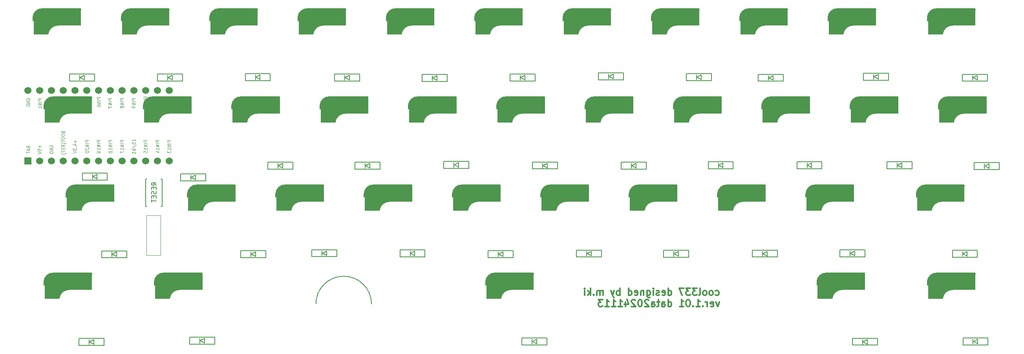
<source format=gbr>
%TF.GenerationSoftware,KiCad,Pcbnew,7.0.8*%
%TF.CreationDate,2024-11-13T13:09:43+09:00*%
%TF.ProjectId,cool337,636f6f6c-3333-4372-9e6b-696361645f70,rev?*%
%TF.SameCoordinates,Original*%
%TF.FileFunction,Legend,Bot*%
%TF.FilePolarity,Positive*%
%FSLAX46Y46*%
G04 Gerber Fmt 4.6, Leading zero omitted, Abs format (unit mm)*
G04 Created by KiCad (PCBNEW 7.0.8) date 2024-11-13 13:09:43*
%MOMM*%
%LPD*%
G01*
G04 APERTURE LIST*
%ADD10C,0.300000*%
%ADD11C,0.150000*%
%ADD12C,0.125000*%
%ADD13C,0.500000*%
%ADD14C,0.800000*%
%ADD15C,3.000000*%
%ADD16C,3.500000*%
%ADD17C,1.000000*%
%ADD18C,0.400000*%
%ADD19C,0.120000*%
%ADD20C,1.524000*%
%ADD21R,1.524000X1.524000*%
G04 APERTURE END LIST*
D10*
X141322632Y-55314400D02*
X141465489Y-55385828D01*
X141465489Y-55385828D02*
X141751203Y-55385828D01*
X141751203Y-55385828D02*
X141894060Y-55314400D01*
X141894060Y-55314400D02*
X141965489Y-55242971D01*
X141965489Y-55242971D02*
X142036917Y-55100114D01*
X142036917Y-55100114D02*
X142036917Y-54671542D01*
X142036917Y-54671542D02*
X141965489Y-54528685D01*
X141965489Y-54528685D02*
X141894060Y-54457257D01*
X141894060Y-54457257D02*
X141751203Y-54385828D01*
X141751203Y-54385828D02*
X141465489Y-54385828D01*
X141465489Y-54385828D02*
X141322632Y-54457257D01*
X140465489Y-55385828D02*
X140608346Y-55314400D01*
X140608346Y-55314400D02*
X140679775Y-55242971D01*
X140679775Y-55242971D02*
X140751203Y-55100114D01*
X140751203Y-55100114D02*
X140751203Y-54671542D01*
X140751203Y-54671542D02*
X140679775Y-54528685D01*
X140679775Y-54528685D02*
X140608346Y-54457257D01*
X140608346Y-54457257D02*
X140465489Y-54385828D01*
X140465489Y-54385828D02*
X140251203Y-54385828D01*
X140251203Y-54385828D02*
X140108346Y-54457257D01*
X140108346Y-54457257D02*
X140036918Y-54528685D01*
X140036918Y-54528685D02*
X139965489Y-54671542D01*
X139965489Y-54671542D02*
X139965489Y-55100114D01*
X139965489Y-55100114D02*
X140036918Y-55242971D01*
X140036918Y-55242971D02*
X140108346Y-55314400D01*
X140108346Y-55314400D02*
X140251203Y-55385828D01*
X140251203Y-55385828D02*
X140465489Y-55385828D01*
X139108346Y-55385828D02*
X139251203Y-55314400D01*
X139251203Y-55314400D02*
X139322632Y-55242971D01*
X139322632Y-55242971D02*
X139394060Y-55100114D01*
X139394060Y-55100114D02*
X139394060Y-54671542D01*
X139394060Y-54671542D02*
X139322632Y-54528685D01*
X139322632Y-54528685D02*
X139251203Y-54457257D01*
X139251203Y-54457257D02*
X139108346Y-54385828D01*
X139108346Y-54385828D02*
X138894060Y-54385828D01*
X138894060Y-54385828D02*
X138751203Y-54457257D01*
X138751203Y-54457257D02*
X138679775Y-54528685D01*
X138679775Y-54528685D02*
X138608346Y-54671542D01*
X138608346Y-54671542D02*
X138608346Y-55100114D01*
X138608346Y-55100114D02*
X138679775Y-55242971D01*
X138679775Y-55242971D02*
X138751203Y-55314400D01*
X138751203Y-55314400D02*
X138894060Y-55385828D01*
X138894060Y-55385828D02*
X139108346Y-55385828D01*
X137751203Y-55385828D02*
X137894060Y-55314400D01*
X137894060Y-55314400D02*
X137965489Y-55171542D01*
X137965489Y-55171542D02*
X137965489Y-53885828D01*
X137322632Y-53885828D02*
X136394060Y-53885828D01*
X136394060Y-53885828D02*
X136894060Y-54457257D01*
X136894060Y-54457257D02*
X136679775Y-54457257D01*
X136679775Y-54457257D02*
X136536918Y-54528685D01*
X136536918Y-54528685D02*
X136465489Y-54600114D01*
X136465489Y-54600114D02*
X136394060Y-54742971D01*
X136394060Y-54742971D02*
X136394060Y-55100114D01*
X136394060Y-55100114D02*
X136465489Y-55242971D01*
X136465489Y-55242971D02*
X136536918Y-55314400D01*
X136536918Y-55314400D02*
X136679775Y-55385828D01*
X136679775Y-55385828D02*
X137108346Y-55385828D01*
X137108346Y-55385828D02*
X137251203Y-55314400D01*
X137251203Y-55314400D02*
X137322632Y-55242971D01*
X135894061Y-53885828D02*
X134965489Y-53885828D01*
X134965489Y-53885828D02*
X135465489Y-54457257D01*
X135465489Y-54457257D02*
X135251204Y-54457257D01*
X135251204Y-54457257D02*
X135108347Y-54528685D01*
X135108347Y-54528685D02*
X135036918Y-54600114D01*
X135036918Y-54600114D02*
X134965489Y-54742971D01*
X134965489Y-54742971D02*
X134965489Y-55100114D01*
X134965489Y-55100114D02*
X135036918Y-55242971D01*
X135036918Y-55242971D02*
X135108347Y-55314400D01*
X135108347Y-55314400D02*
X135251204Y-55385828D01*
X135251204Y-55385828D02*
X135679775Y-55385828D01*
X135679775Y-55385828D02*
X135822632Y-55314400D01*
X135822632Y-55314400D02*
X135894061Y-55242971D01*
X134465490Y-53885828D02*
X133465490Y-53885828D01*
X133465490Y-53885828D02*
X134108347Y-55385828D01*
X131108348Y-55385828D02*
X131108348Y-53885828D01*
X131108348Y-55314400D02*
X131251205Y-55385828D01*
X131251205Y-55385828D02*
X131536919Y-55385828D01*
X131536919Y-55385828D02*
X131679776Y-55314400D01*
X131679776Y-55314400D02*
X131751205Y-55242971D01*
X131751205Y-55242971D02*
X131822633Y-55100114D01*
X131822633Y-55100114D02*
X131822633Y-54671542D01*
X131822633Y-54671542D02*
X131751205Y-54528685D01*
X131751205Y-54528685D02*
X131679776Y-54457257D01*
X131679776Y-54457257D02*
X131536919Y-54385828D01*
X131536919Y-54385828D02*
X131251205Y-54385828D01*
X131251205Y-54385828D02*
X131108348Y-54457257D01*
X129822633Y-55314400D02*
X129965490Y-55385828D01*
X129965490Y-55385828D02*
X130251205Y-55385828D01*
X130251205Y-55385828D02*
X130394062Y-55314400D01*
X130394062Y-55314400D02*
X130465490Y-55171542D01*
X130465490Y-55171542D02*
X130465490Y-54600114D01*
X130465490Y-54600114D02*
X130394062Y-54457257D01*
X130394062Y-54457257D02*
X130251205Y-54385828D01*
X130251205Y-54385828D02*
X129965490Y-54385828D01*
X129965490Y-54385828D02*
X129822633Y-54457257D01*
X129822633Y-54457257D02*
X129751205Y-54600114D01*
X129751205Y-54600114D02*
X129751205Y-54742971D01*
X129751205Y-54742971D02*
X130465490Y-54885828D01*
X129179776Y-55314400D02*
X129036919Y-55385828D01*
X129036919Y-55385828D02*
X128751205Y-55385828D01*
X128751205Y-55385828D02*
X128608348Y-55314400D01*
X128608348Y-55314400D02*
X128536919Y-55171542D01*
X128536919Y-55171542D02*
X128536919Y-55100114D01*
X128536919Y-55100114D02*
X128608348Y-54957257D01*
X128608348Y-54957257D02*
X128751205Y-54885828D01*
X128751205Y-54885828D02*
X128965491Y-54885828D01*
X128965491Y-54885828D02*
X129108348Y-54814400D01*
X129108348Y-54814400D02*
X129179776Y-54671542D01*
X129179776Y-54671542D02*
X129179776Y-54600114D01*
X129179776Y-54600114D02*
X129108348Y-54457257D01*
X129108348Y-54457257D02*
X128965491Y-54385828D01*
X128965491Y-54385828D02*
X128751205Y-54385828D01*
X128751205Y-54385828D02*
X128608348Y-54457257D01*
X127894062Y-55385828D02*
X127894062Y-54385828D01*
X127894062Y-53885828D02*
X127965490Y-53957257D01*
X127965490Y-53957257D02*
X127894062Y-54028685D01*
X127894062Y-54028685D02*
X127822633Y-53957257D01*
X127822633Y-53957257D02*
X127894062Y-53885828D01*
X127894062Y-53885828D02*
X127894062Y-54028685D01*
X126536919Y-54385828D02*
X126536919Y-55600114D01*
X126536919Y-55600114D02*
X126608347Y-55742971D01*
X126608347Y-55742971D02*
X126679776Y-55814400D01*
X126679776Y-55814400D02*
X126822633Y-55885828D01*
X126822633Y-55885828D02*
X127036919Y-55885828D01*
X127036919Y-55885828D02*
X127179776Y-55814400D01*
X126536919Y-55314400D02*
X126679776Y-55385828D01*
X126679776Y-55385828D02*
X126965490Y-55385828D01*
X126965490Y-55385828D02*
X127108347Y-55314400D01*
X127108347Y-55314400D02*
X127179776Y-55242971D01*
X127179776Y-55242971D02*
X127251204Y-55100114D01*
X127251204Y-55100114D02*
X127251204Y-54671542D01*
X127251204Y-54671542D02*
X127179776Y-54528685D01*
X127179776Y-54528685D02*
X127108347Y-54457257D01*
X127108347Y-54457257D02*
X126965490Y-54385828D01*
X126965490Y-54385828D02*
X126679776Y-54385828D01*
X126679776Y-54385828D02*
X126536919Y-54457257D01*
X125822633Y-54385828D02*
X125822633Y-55385828D01*
X125822633Y-54528685D02*
X125751204Y-54457257D01*
X125751204Y-54457257D02*
X125608347Y-54385828D01*
X125608347Y-54385828D02*
X125394061Y-54385828D01*
X125394061Y-54385828D02*
X125251204Y-54457257D01*
X125251204Y-54457257D02*
X125179776Y-54600114D01*
X125179776Y-54600114D02*
X125179776Y-55385828D01*
X123894061Y-55314400D02*
X124036918Y-55385828D01*
X124036918Y-55385828D02*
X124322633Y-55385828D01*
X124322633Y-55385828D02*
X124465490Y-55314400D01*
X124465490Y-55314400D02*
X124536918Y-55171542D01*
X124536918Y-55171542D02*
X124536918Y-54600114D01*
X124536918Y-54600114D02*
X124465490Y-54457257D01*
X124465490Y-54457257D02*
X124322633Y-54385828D01*
X124322633Y-54385828D02*
X124036918Y-54385828D01*
X124036918Y-54385828D02*
X123894061Y-54457257D01*
X123894061Y-54457257D02*
X123822633Y-54600114D01*
X123822633Y-54600114D02*
X123822633Y-54742971D01*
X123822633Y-54742971D02*
X124536918Y-54885828D01*
X122536919Y-55385828D02*
X122536919Y-53885828D01*
X122536919Y-55314400D02*
X122679776Y-55385828D01*
X122679776Y-55385828D02*
X122965490Y-55385828D01*
X122965490Y-55385828D02*
X123108347Y-55314400D01*
X123108347Y-55314400D02*
X123179776Y-55242971D01*
X123179776Y-55242971D02*
X123251204Y-55100114D01*
X123251204Y-55100114D02*
X123251204Y-54671542D01*
X123251204Y-54671542D02*
X123179776Y-54528685D01*
X123179776Y-54528685D02*
X123108347Y-54457257D01*
X123108347Y-54457257D02*
X122965490Y-54385828D01*
X122965490Y-54385828D02*
X122679776Y-54385828D01*
X122679776Y-54385828D02*
X122536919Y-54457257D01*
X120679776Y-55385828D02*
X120679776Y-53885828D01*
X120679776Y-54457257D02*
X120536919Y-54385828D01*
X120536919Y-54385828D02*
X120251204Y-54385828D01*
X120251204Y-54385828D02*
X120108347Y-54457257D01*
X120108347Y-54457257D02*
X120036919Y-54528685D01*
X120036919Y-54528685D02*
X119965490Y-54671542D01*
X119965490Y-54671542D02*
X119965490Y-55100114D01*
X119965490Y-55100114D02*
X120036919Y-55242971D01*
X120036919Y-55242971D02*
X120108347Y-55314400D01*
X120108347Y-55314400D02*
X120251204Y-55385828D01*
X120251204Y-55385828D02*
X120536919Y-55385828D01*
X120536919Y-55385828D02*
X120679776Y-55314400D01*
X119465490Y-54385828D02*
X119108347Y-55385828D01*
X118751204Y-54385828D02*
X119108347Y-55385828D01*
X119108347Y-55385828D02*
X119251204Y-55742971D01*
X119251204Y-55742971D02*
X119322633Y-55814400D01*
X119322633Y-55814400D02*
X119465490Y-55885828D01*
X117036919Y-55385828D02*
X117036919Y-54385828D01*
X117036919Y-54528685D02*
X116965490Y-54457257D01*
X116965490Y-54457257D02*
X116822633Y-54385828D01*
X116822633Y-54385828D02*
X116608347Y-54385828D01*
X116608347Y-54385828D02*
X116465490Y-54457257D01*
X116465490Y-54457257D02*
X116394062Y-54600114D01*
X116394062Y-54600114D02*
X116394062Y-55385828D01*
X116394062Y-54600114D02*
X116322633Y-54457257D01*
X116322633Y-54457257D02*
X116179776Y-54385828D01*
X116179776Y-54385828D02*
X115965490Y-54385828D01*
X115965490Y-54385828D02*
X115822633Y-54457257D01*
X115822633Y-54457257D02*
X115751204Y-54600114D01*
X115751204Y-54600114D02*
X115751204Y-55385828D01*
X115036919Y-55242971D02*
X114965490Y-55314400D01*
X114965490Y-55314400D02*
X115036919Y-55385828D01*
X115036919Y-55385828D02*
X115108347Y-55314400D01*
X115108347Y-55314400D02*
X115036919Y-55242971D01*
X115036919Y-55242971D02*
X115036919Y-55385828D01*
X114322633Y-55385828D02*
X114322633Y-53885828D01*
X114179776Y-54814400D02*
X113751204Y-55385828D01*
X113751204Y-54385828D02*
X114322633Y-54957257D01*
X113108347Y-55385828D02*
X113108347Y-54385828D01*
X113108347Y-53885828D02*
X113179775Y-53957257D01*
X113179775Y-53957257D02*
X113108347Y-54028685D01*
X113108347Y-54028685D02*
X113036918Y-53957257D01*
X113036918Y-53957257D02*
X113108347Y-53885828D01*
X113108347Y-53885828D02*
X113108347Y-54028685D01*
X142108346Y-56800828D02*
X141751203Y-57800828D01*
X141751203Y-57800828D02*
X141394060Y-56800828D01*
X140251203Y-57729400D02*
X140394060Y-57800828D01*
X140394060Y-57800828D02*
X140679775Y-57800828D01*
X140679775Y-57800828D02*
X140822632Y-57729400D01*
X140822632Y-57729400D02*
X140894060Y-57586542D01*
X140894060Y-57586542D02*
X140894060Y-57015114D01*
X140894060Y-57015114D02*
X140822632Y-56872257D01*
X140822632Y-56872257D02*
X140679775Y-56800828D01*
X140679775Y-56800828D02*
X140394060Y-56800828D01*
X140394060Y-56800828D02*
X140251203Y-56872257D01*
X140251203Y-56872257D02*
X140179775Y-57015114D01*
X140179775Y-57015114D02*
X140179775Y-57157971D01*
X140179775Y-57157971D02*
X140894060Y-57300828D01*
X139536918Y-57800828D02*
X139536918Y-56800828D01*
X139536918Y-57086542D02*
X139465489Y-56943685D01*
X139465489Y-56943685D02*
X139394061Y-56872257D01*
X139394061Y-56872257D02*
X139251203Y-56800828D01*
X139251203Y-56800828D02*
X139108346Y-56800828D01*
X138608347Y-57657971D02*
X138536918Y-57729400D01*
X138536918Y-57729400D02*
X138608347Y-57800828D01*
X138608347Y-57800828D02*
X138679775Y-57729400D01*
X138679775Y-57729400D02*
X138608347Y-57657971D01*
X138608347Y-57657971D02*
X138608347Y-57800828D01*
X137108346Y-57800828D02*
X137965489Y-57800828D01*
X137536918Y-57800828D02*
X137536918Y-56300828D01*
X137536918Y-56300828D02*
X137679775Y-56515114D01*
X137679775Y-56515114D02*
X137822632Y-56657971D01*
X137822632Y-56657971D02*
X137965489Y-56729400D01*
X136465490Y-57657971D02*
X136394061Y-57729400D01*
X136394061Y-57729400D02*
X136465490Y-57800828D01*
X136465490Y-57800828D02*
X136536918Y-57729400D01*
X136536918Y-57729400D02*
X136465490Y-57657971D01*
X136465490Y-57657971D02*
X136465490Y-57800828D01*
X135465489Y-56300828D02*
X135322632Y-56300828D01*
X135322632Y-56300828D02*
X135179775Y-56372257D01*
X135179775Y-56372257D02*
X135108347Y-56443685D01*
X135108347Y-56443685D02*
X135036918Y-56586542D01*
X135036918Y-56586542D02*
X134965489Y-56872257D01*
X134965489Y-56872257D02*
X134965489Y-57229400D01*
X134965489Y-57229400D02*
X135036918Y-57515114D01*
X135036918Y-57515114D02*
X135108347Y-57657971D01*
X135108347Y-57657971D02*
X135179775Y-57729400D01*
X135179775Y-57729400D02*
X135322632Y-57800828D01*
X135322632Y-57800828D02*
X135465489Y-57800828D01*
X135465489Y-57800828D02*
X135608347Y-57729400D01*
X135608347Y-57729400D02*
X135679775Y-57657971D01*
X135679775Y-57657971D02*
X135751204Y-57515114D01*
X135751204Y-57515114D02*
X135822632Y-57229400D01*
X135822632Y-57229400D02*
X135822632Y-56872257D01*
X135822632Y-56872257D02*
X135751204Y-56586542D01*
X135751204Y-56586542D02*
X135679775Y-56443685D01*
X135679775Y-56443685D02*
X135608347Y-56372257D01*
X135608347Y-56372257D02*
X135465489Y-56300828D01*
X133536918Y-57800828D02*
X134394061Y-57800828D01*
X133965490Y-57800828D02*
X133965490Y-56300828D01*
X133965490Y-56300828D02*
X134108347Y-56515114D01*
X134108347Y-56515114D02*
X134251204Y-56657971D01*
X134251204Y-56657971D02*
X134394061Y-56729400D01*
X131108348Y-57800828D02*
X131108348Y-56300828D01*
X131108348Y-57729400D02*
X131251205Y-57800828D01*
X131251205Y-57800828D02*
X131536919Y-57800828D01*
X131536919Y-57800828D02*
X131679776Y-57729400D01*
X131679776Y-57729400D02*
X131751205Y-57657971D01*
X131751205Y-57657971D02*
X131822633Y-57515114D01*
X131822633Y-57515114D02*
X131822633Y-57086542D01*
X131822633Y-57086542D02*
X131751205Y-56943685D01*
X131751205Y-56943685D02*
X131679776Y-56872257D01*
X131679776Y-56872257D02*
X131536919Y-56800828D01*
X131536919Y-56800828D02*
X131251205Y-56800828D01*
X131251205Y-56800828D02*
X131108348Y-56872257D01*
X129751205Y-57800828D02*
X129751205Y-57015114D01*
X129751205Y-57015114D02*
X129822633Y-56872257D01*
X129822633Y-56872257D02*
X129965490Y-56800828D01*
X129965490Y-56800828D02*
X130251205Y-56800828D01*
X130251205Y-56800828D02*
X130394062Y-56872257D01*
X129751205Y-57729400D02*
X129894062Y-57800828D01*
X129894062Y-57800828D02*
X130251205Y-57800828D01*
X130251205Y-57800828D02*
X130394062Y-57729400D01*
X130394062Y-57729400D02*
X130465490Y-57586542D01*
X130465490Y-57586542D02*
X130465490Y-57443685D01*
X130465490Y-57443685D02*
X130394062Y-57300828D01*
X130394062Y-57300828D02*
X130251205Y-57229400D01*
X130251205Y-57229400D02*
X129894062Y-57229400D01*
X129894062Y-57229400D02*
X129751205Y-57157971D01*
X129251204Y-56800828D02*
X128679776Y-56800828D01*
X129036919Y-56300828D02*
X129036919Y-57586542D01*
X129036919Y-57586542D02*
X128965490Y-57729400D01*
X128965490Y-57729400D02*
X128822633Y-57800828D01*
X128822633Y-57800828D02*
X128679776Y-57800828D01*
X127536919Y-57800828D02*
X127536919Y-57015114D01*
X127536919Y-57015114D02*
X127608347Y-56872257D01*
X127608347Y-56872257D02*
X127751204Y-56800828D01*
X127751204Y-56800828D02*
X128036919Y-56800828D01*
X128036919Y-56800828D02*
X128179776Y-56872257D01*
X127536919Y-57729400D02*
X127679776Y-57800828D01*
X127679776Y-57800828D02*
X128036919Y-57800828D01*
X128036919Y-57800828D02*
X128179776Y-57729400D01*
X128179776Y-57729400D02*
X128251204Y-57586542D01*
X128251204Y-57586542D02*
X128251204Y-57443685D01*
X128251204Y-57443685D02*
X128179776Y-57300828D01*
X128179776Y-57300828D02*
X128036919Y-57229400D01*
X128036919Y-57229400D02*
X127679776Y-57229400D01*
X127679776Y-57229400D02*
X127536919Y-57157971D01*
X126894061Y-56443685D02*
X126822633Y-56372257D01*
X126822633Y-56372257D02*
X126679776Y-56300828D01*
X126679776Y-56300828D02*
X126322633Y-56300828D01*
X126322633Y-56300828D02*
X126179776Y-56372257D01*
X126179776Y-56372257D02*
X126108347Y-56443685D01*
X126108347Y-56443685D02*
X126036918Y-56586542D01*
X126036918Y-56586542D02*
X126036918Y-56729400D01*
X126036918Y-56729400D02*
X126108347Y-56943685D01*
X126108347Y-56943685D02*
X126965490Y-57800828D01*
X126965490Y-57800828D02*
X126036918Y-57800828D01*
X125108347Y-56300828D02*
X124965490Y-56300828D01*
X124965490Y-56300828D02*
X124822633Y-56372257D01*
X124822633Y-56372257D02*
X124751205Y-56443685D01*
X124751205Y-56443685D02*
X124679776Y-56586542D01*
X124679776Y-56586542D02*
X124608347Y-56872257D01*
X124608347Y-56872257D02*
X124608347Y-57229400D01*
X124608347Y-57229400D02*
X124679776Y-57515114D01*
X124679776Y-57515114D02*
X124751205Y-57657971D01*
X124751205Y-57657971D02*
X124822633Y-57729400D01*
X124822633Y-57729400D02*
X124965490Y-57800828D01*
X124965490Y-57800828D02*
X125108347Y-57800828D01*
X125108347Y-57800828D02*
X125251205Y-57729400D01*
X125251205Y-57729400D02*
X125322633Y-57657971D01*
X125322633Y-57657971D02*
X125394062Y-57515114D01*
X125394062Y-57515114D02*
X125465490Y-57229400D01*
X125465490Y-57229400D02*
X125465490Y-56872257D01*
X125465490Y-56872257D02*
X125394062Y-56586542D01*
X125394062Y-56586542D02*
X125322633Y-56443685D01*
X125322633Y-56443685D02*
X125251205Y-56372257D01*
X125251205Y-56372257D02*
X125108347Y-56300828D01*
X124036919Y-56443685D02*
X123965491Y-56372257D01*
X123965491Y-56372257D02*
X123822634Y-56300828D01*
X123822634Y-56300828D02*
X123465491Y-56300828D01*
X123465491Y-56300828D02*
X123322634Y-56372257D01*
X123322634Y-56372257D02*
X123251205Y-56443685D01*
X123251205Y-56443685D02*
X123179776Y-56586542D01*
X123179776Y-56586542D02*
X123179776Y-56729400D01*
X123179776Y-56729400D02*
X123251205Y-56943685D01*
X123251205Y-56943685D02*
X124108348Y-57800828D01*
X124108348Y-57800828D02*
X123179776Y-57800828D01*
X121894063Y-56800828D02*
X121894063Y-57800828D01*
X122251205Y-56229400D02*
X122608348Y-57300828D01*
X122608348Y-57300828D02*
X121679777Y-57300828D01*
X120322634Y-57800828D02*
X121179777Y-57800828D01*
X120751206Y-57800828D02*
X120751206Y-56300828D01*
X120751206Y-56300828D02*
X120894063Y-56515114D01*
X120894063Y-56515114D02*
X121036920Y-56657971D01*
X121036920Y-56657971D02*
X121179777Y-56729400D01*
X118894063Y-57800828D02*
X119751206Y-57800828D01*
X119322635Y-57800828D02*
X119322635Y-56300828D01*
X119322635Y-56300828D02*
X119465492Y-56515114D01*
X119465492Y-56515114D02*
X119608349Y-56657971D01*
X119608349Y-56657971D02*
X119751206Y-56729400D01*
X117465492Y-57800828D02*
X118322635Y-57800828D01*
X117894064Y-57800828D02*
X117894064Y-56300828D01*
X117894064Y-56300828D02*
X118036921Y-56515114D01*
X118036921Y-56515114D02*
X118179778Y-56657971D01*
X118179778Y-56657971D02*
X118322635Y-56729400D01*
X116965493Y-56300828D02*
X116036921Y-56300828D01*
X116036921Y-56300828D02*
X116536921Y-56872257D01*
X116536921Y-56872257D02*
X116322636Y-56872257D01*
X116322636Y-56872257D02*
X116179779Y-56943685D01*
X116179779Y-56943685D02*
X116108350Y-57015114D01*
X116108350Y-57015114D02*
X116036921Y-57157971D01*
X116036921Y-57157971D02*
X116036921Y-57515114D01*
X116036921Y-57515114D02*
X116108350Y-57657971D01*
X116108350Y-57657971D02*
X116179779Y-57729400D01*
X116179779Y-57729400D02*
X116322636Y-57800828D01*
X116322636Y-57800828D02*
X116751207Y-57800828D01*
X116751207Y-57800828D02*
X116894064Y-57729400D01*
X116894064Y-57729400D02*
X116965493Y-57657971D01*
D11*
X20674819Y-31620618D02*
X20198628Y-31287285D01*
X20674819Y-31049190D02*
X19674819Y-31049190D01*
X19674819Y-31049190D02*
X19674819Y-31430142D01*
X19674819Y-31430142D02*
X19722438Y-31525380D01*
X19722438Y-31525380D02*
X19770057Y-31572999D01*
X19770057Y-31572999D02*
X19865295Y-31620618D01*
X19865295Y-31620618D02*
X20008152Y-31620618D01*
X20008152Y-31620618D02*
X20103390Y-31572999D01*
X20103390Y-31572999D02*
X20151009Y-31525380D01*
X20151009Y-31525380D02*
X20198628Y-31430142D01*
X20198628Y-31430142D02*
X20198628Y-31049190D01*
X20151009Y-32049190D02*
X20151009Y-32382523D01*
X20674819Y-32525380D02*
X20674819Y-32049190D01*
X20674819Y-32049190D02*
X19674819Y-32049190D01*
X19674819Y-32049190D02*
X19674819Y-32525380D01*
X20627200Y-32906333D02*
X20674819Y-33049190D01*
X20674819Y-33049190D02*
X20674819Y-33287285D01*
X20674819Y-33287285D02*
X20627200Y-33382523D01*
X20627200Y-33382523D02*
X20579580Y-33430142D01*
X20579580Y-33430142D02*
X20484342Y-33477761D01*
X20484342Y-33477761D02*
X20389104Y-33477761D01*
X20389104Y-33477761D02*
X20293866Y-33430142D01*
X20293866Y-33430142D02*
X20246247Y-33382523D01*
X20246247Y-33382523D02*
X20198628Y-33287285D01*
X20198628Y-33287285D02*
X20151009Y-33096809D01*
X20151009Y-33096809D02*
X20103390Y-33001571D01*
X20103390Y-33001571D02*
X20055771Y-32953952D01*
X20055771Y-32953952D02*
X19960533Y-32906333D01*
X19960533Y-32906333D02*
X19865295Y-32906333D01*
X19865295Y-32906333D02*
X19770057Y-32953952D01*
X19770057Y-32953952D02*
X19722438Y-33001571D01*
X19722438Y-33001571D02*
X19674819Y-33096809D01*
X19674819Y-33096809D02*
X19674819Y-33334904D01*
X19674819Y-33334904D02*
X19722438Y-33477761D01*
X20151009Y-33906333D02*
X20151009Y-34239666D01*
X20674819Y-34382523D02*
X20674819Y-33906333D01*
X20674819Y-33906333D02*
X19674819Y-33906333D01*
X19674819Y-33906333D02*
X19674819Y-34382523D01*
X19674819Y-34668238D02*
X19674819Y-35239666D01*
X20674819Y-34953952D02*
X19674819Y-34953952D01*
D12*
X18748464Y-12485952D02*
X17998464Y-12485952D01*
X17998464Y-12485952D02*
X17998464Y-12741190D01*
X17998464Y-12741190D02*
X18034178Y-12805000D01*
X18034178Y-12805000D02*
X18069892Y-12836905D01*
X18069892Y-12836905D02*
X18141321Y-12868809D01*
X18141321Y-12868809D02*
X18248464Y-12868809D01*
X18248464Y-12868809D02*
X18319892Y-12836905D01*
X18319892Y-12836905D02*
X18355607Y-12805000D01*
X18355607Y-12805000D02*
X18391321Y-12741190D01*
X18391321Y-12741190D02*
X18391321Y-12485952D01*
X18748464Y-13155952D02*
X17998464Y-13155952D01*
X18748464Y-13475000D02*
X17998464Y-13475000D01*
X17998464Y-13475000D02*
X18748464Y-13857857D01*
X18748464Y-13857857D02*
X17998464Y-13857857D01*
X18748464Y-14527858D02*
X18748464Y-14145001D01*
X18748464Y-14336429D02*
X17998464Y-14336429D01*
X17998464Y-14336429D02*
X18105607Y-14272620D01*
X18105607Y-14272620D02*
X18177035Y-14208810D01*
X18177035Y-14208810D02*
X18212750Y-14145001D01*
X17998464Y-14942619D02*
X17998464Y-15006429D01*
X17998464Y-15006429D02*
X18034178Y-15070238D01*
X18034178Y-15070238D02*
X18069892Y-15102143D01*
X18069892Y-15102143D02*
X18141321Y-15134048D01*
X18141321Y-15134048D02*
X18284178Y-15165953D01*
X18284178Y-15165953D02*
X18462750Y-15165953D01*
X18462750Y-15165953D02*
X18605607Y-15134048D01*
X18605607Y-15134048D02*
X18677035Y-15102143D01*
X18677035Y-15102143D02*
X18712750Y-15070238D01*
X18712750Y-15070238D02*
X18748464Y-15006429D01*
X18748464Y-15006429D02*
X18748464Y-14942619D01*
X18748464Y-14942619D02*
X18712750Y-14878810D01*
X18712750Y-14878810D02*
X18677035Y-14846905D01*
X18677035Y-14846905D02*
X18605607Y-14815000D01*
X18605607Y-14815000D02*
X18462750Y-14783096D01*
X18462750Y-14783096D02*
X18284178Y-14783096D01*
X18284178Y-14783096D02*
X18141321Y-14815000D01*
X18141321Y-14815000D02*
X18069892Y-14846905D01*
X18069892Y-14846905D02*
X18034178Y-14878810D01*
X18034178Y-14878810D02*
X17998464Y-14942619D01*
X16248464Y-22062381D02*
X16248464Y-21679524D01*
X16248464Y-21870952D02*
X15498464Y-21870952D01*
X15498464Y-21870952D02*
X15605607Y-21807143D01*
X15605607Y-21807143D02*
X15677035Y-21743333D01*
X15677035Y-21743333D02*
X15712750Y-21679524D01*
X15498464Y-22668571D02*
X15498464Y-22349523D01*
X15498464Y-22349523D02*
X15855607Y-22317619D01*
X15855607Y-22317619D02*
X15819892Y-22349523D01*
X15819892Y-22349523D02*
X15784178Y-22413333D01*
X15784178Y-22413333D02*
X15784178Y-22572857D01*
X15784178Y-22572857D02*
X15819892Y-22636666D01*
X15819892Y-22636666D02*
X15855607Y-22668571D01*
X15855607Y-22668571D02*
X15927035Y-22700476D01*
X15927035Y-22700476D02*
X16105607Y-22700476D01*
X16105607Y-22700476D02*
X16177035Y-22668571D01*
X16177035Y-22668571D02*
X16212750Y-22636666D01*
X16212750Y-22636666D02*
X16248464Y-22572857D01*
X16248464Y-22572857D02*
X16248464Y-22413333D01*
X16248464Y-22413333D02*
X16212750Y-22349523D01*
X16212750Y-22349523D02*
X16177035Y-22317619D01*
X15462750Y-23466190D02*
X16427035Y-22891904D01*
X15855607Y-23912857D02*
X15891321Y-24008571D01*
X15891321Y-24008571D02*
X15927035Y-24040476D01*
X15927035Y-24040476D02*
X15998464Y-24072380D01*
X15998464Y-24072380D02*
X16105607Y-24072380D01*
X16105607Y-24072380D02*
X16177035Y-24040476D01*
X16177035Y-24040476D02*
X16212750Y-24008571D01*
X16212750Y-24008571D02*
X16248464Y-23944761D01*
X16248464Y-23944761D02*
X16248464Y-23689523D01*
X16248464Y-23689523D02*
X15498464Y-23689523D01*
X15498464Y-23689523D02*
X15498464Y-23912857D01*
X15498464Y-23912857D02*
X15534178Y-23976666D01*
X15534178Y-23976666D02*
X15569892Y-24008571D01*
X15569892Y-24008571D02*
X15641321Y-24040476D01*
X15641321Y-24040476D02*
X15712750Y-24040476D01*
X15712750Y-24040476D02*
X15784178Y-24008571D01*
X15784178Y-24008571D02*
X15819892Y-23976666D01*
X15819892Y-23976666D02*
X15855607Y-23912857D01*
X15855607Y-23912857D02*
X15855607Y-23689523D01*
X16248464Y-24710476D02*
X16248464Y-24327619D01*
X16248464Y-24519047D02*
X15498464Y-24519047D01*
X15498464Y-24519047D02*
X15605607Y-24455238D01*
X15605607Y-24455238D02*
X15677035Y-24391428D01*
X15677035Y-24391428D02*
X15712750Y-24327619D01*
X8678464Y-12574999D02*
X7928464Y-12574999D01*
X7928464Y-12574999D02*
X7928464Y-12830237D01*
X7928464Y-12830237D02*
X7964178Y-12894047D01*
X7964178Y-12894047D02*
X7999892Y-12925952D01*
X7999892Y-12925952D02*
X8071321Y-12957856D01*
X8071321Y-12957856D02*
X8178464Y-12957856D01*
X8178464Y-12957856D02*
X8249892Y-12925952D01*
X8249892Y-12925952D02*
X8285607Y-12894047D01*
X8285607Y-12894047D02*
X8321321Y-12830237D01*
X8321321Y-12830237D02*
X8321321Y-12574999D01*
X8678464Y-13244999D02*
X7928464Y-13244999D01*
X8678464Y-13564047D02*
X7928464Y-13564047D01*
X7928464Y-13564047D02*
X8678464Y-13946904D01*
X8678464Y-13946904D02*
X7928464Y-13946904D01*
X7928464Y-14553095D02*
X7928464Y-14425476D01*
X7928464Y-14425476D02*
X7964178Y-14361667D01*
X7964178Y-14361667D02*
X7999892Y-14329762D01*
X7999892Y-14329762D02*
X8107035Y-14265952D01*
X8107035Y-14265952D02*
X8249892Y-14234048D01*
X8249892Y-14234048D02*
X8535607Y-14234048D01*
X8535607Y-14234048D02*
X8607035Y-14265952D01*
X8607035Y-14265952D02*
X8642750Y-14297857D01*
X8642750Y-14297857D02*
X8678464Y-14361667D01*
X8678464Y-14361667D02*
X8678464Y-14489286D01*
X8678464Y-14489286D02*
X8642750Y-14553095D01*
X8642750Y-14553095D02*
X8607035Y-14585000D01*
X8607035Y-14585000D02*
X8535607Y-14616905D01*
X8535607Y-14616905D02*
X8357035Y-14616905D01*
X8357035Y-14616905D02*
X8285607Y-14585000D01*
X8285607Y-14585000D02*
X8249892Y-14553095D01*
X8249892Y-14553095D02*
X8214178Y-14489286D01*
X8214178Y-14489286D02*
X8214178Y-14361667D01*
X8214178Y-14361667D02*
X8249892Y-14297857D01*
X8249892Y-14297857D02*
X8285607Y-14265952D01*
X8285607Y-14265952D02*
X8357035Y-14234048D01*
X16198464Y-12804999D02*
X15448464Y-12804999D01*
X15448464Y-12804999D02*
X15448464Y-13060237D01*
X15448464Y-13060237D02*
X15484178Y-13124047D01*
X15484178Y-13124047D02*
X15519892Y-13155952D01*
X15519892Y-13155952D02*
X15591321Y-13187856D01*
X15591321Y-13187856D02*
X15698464Y-13187856D01*
X15698464Y-13187856D02*
X15769892Y-13155952D01*
X15769892Y-13155952D02*
X15805607Y-13124047D01*
X15805607Y-13124047D02*
X15841321Y-13060237D01*
X15841321Y-13060237D02*
X15841321Y-12804999D01*
X16198464Y-13474999D02*
X15448464Y-13474999D01*
X16198464Y-13794047D02*
X15448464Y-13794047D01*
X15448464Y-13794047D02*
X16198464Y-14176904D01*
X16198464Y-14176904D02*
X15448464Y-14176904D01*
X16198464Y-14527857D02*
X16198464Y-14655476D01*
X16198464Y-14655476D02*
X16162750Y-14719286D01*
X16162750Y-14719286D02*
X16127035Y-14751190D01*
X16127035Y-14751190D02*
X16019892Y-14815000D01*
X16019892Y-14815000D02*
X15877035Y-14846905D01*
X15877035Y-14846905D02*
X15591321Y-14846905D01*
X15591321Y-14846905D02*
X15519892Y-14815000D01*
X15519892Y-14815000D02*
X15484178Y-14783095D01*
X15484178Y-14783095D02*
X15448464Y-14719286D01*
X15448464Y-14719286D02*
X15448464Y-14591667D01*
X15448464Y-14591667D02*
X15484178Y-14527857D01*
X15484178Y-14527857D02*
X15519892Y-14495952D01*
X15519892Y-14495952D02*
X15591321Y-14464048D01*
X15591321Y-14464048D02*
X15769892Y-14464048D01*
X15769892Y-14464048D02*
X15841321Y-14495952D01*
X15841321Y-14495952D02*
X15877035Y-14527857D01*
X15877035Y-14527857D02*
X15912750Y-14591667D01*
X15912750Y-14591667D02*
X15912750Y-14719286D01*
X15912750Y-14719286D02*
X15877035Y-14783095D01*
X15877035Y-14783095D02*
X15841321Y-14815000D01*
X15841321Y-14815000D02*
X15769892Y-14846905D01*
X6218464Y-12614999D02*
X5468464Y-12614999D01*
X5468464Y-12614999D02*
X5468464Y-12870237D01*
X5468464Y-12870237D02*
X5504178Y-12934047D01*
X5504178Y-12934047D02*
X5539892Y-12965952D01*
X5539892Y-12965952D02*
X5611321Y-12997856D01*
X5611321Y-12997856D02*
X5718464Y-12997856D01*
X5718464Y-12997856D02*
X5789892Y-12965952D01*
X5789892Y-12965952D02*
X5825607Y-12934047D01*
X5825607Y-12934047D02*
X5861321Y-12870237D01*
X5861321Y-12870237D02*
X5861321Y-12614999D01*
X6218464Y-13284999D02*
X5468464Y-13284999D01*
X6218464Y-13604047D02*
X5468464Y-13604047D01*
X5468464Y-13604047D02*
X6218464Y-13986904D01*
X6218464Y-13986904D02*
X5468464Y-13986904D01*
X5468464Y-14625000D02*
X5468464Y-14305952D01*
X5468464Y-14305952D02*
X5825607Y-14274048D01*
X5825607Y-14274048D02*
X5789892Y-14305952D01*
X5789892Y-14305952D02*
X5754178Y-14369762D01*
X5754178Y-14369762D02*
X5754178Y-14529286D01*
X5754178Y-14529286D02*
X5789892Y-14593095D01*
X5789892Y-14593095D02*
X5825607Y-14625000D01*
X5825607Y-14625000D02*
X5897035Y-14656905D01*
X5897035Y-14656905D02*
X6075607Y-14656905D01*
X6075607Y-14656905D02*
X6147035Y-14625000D01*
X6147035Y-14625000D02*
X6182750Y-14593095D01*
X6182750Y-14593095D02*
X6218464Y-14529286D01*
X6218464Y-14529286D02*
X6218464Y-14369762D01*
X6218464Y-14369762D02*
X6182750Y-14305952D01*
X6182750Y-14305952D02*
X6147035Y-14274048D01*
X-2265821Y-23304524D02*
X-2301535Y-23240714D01*
X-2301535Y-23240714D02*
X-2301535Y-23145000D01*
X-2301535Y-23145000D02*
X-2265821Y-23049286D01*
X-2265821Y-23049286D02*
X-2194392Y-22985476D01*
X-2194392Y-22985476D02*
X-2122964Y-22953571D01*
X-2122964Y-22953571D02*
X-1980107Y-22921667D01*
X-1980107Y-22921667D02*
X-1872964Y-22921667D01*
X-1872964Y-22921667D02*
X-1730107Y-22953571D01*
X-1730107Y-22953571D02*
X-1658678Y-22985476D01*
X-1658678Y-22985476D02*
X-1587250Y-23049286D01*
X-1587250Y-23049286D02*
X-1551535Y-23145000D01*
X-1551535Y-23145000D02*
X-1551535Y-23208809D01*
X-1551535Y-23208809D02*
X-1587250Y-23304524D01*
X-1587250Y-23304524D02*
X-1622964Y-23336428D01*
X-1622964Y-23336428D02*
X-1872964Y-23336428D01*
X-1872964Y-23336428D02*
X-1872964Y-23208809D01*
X-1551535Y-23623571D02*
X-2301535Y-23623571D01*
X-2301535Y-23623571D02*
X-1551535Y-24006428D01*
X-1551535Y-24006428D02*
X-2301535Y-24006428D01*
X-1551535Y-24325476D02*
X-2301535Y-24325476D01*
X-2301535Y-24325476D02*
X-2301535Y-24485000D01*
X-2301535Y-24485000D02*
X-2265821Y-24580714D01*
X-2265821Y-24580714D02*
X-2194392Y-24644524D01*
X-2194392Y-24644524D02*
X-2122964Y-24676429D01*
X-2122964Y-24676429D02*
X-1980107Y-24708333D01*
X-1980107Y-24708333D02*
X-1872964Y-24708333D01*
X-1872964Y-24708333D02*
X-1730107Y-24676429D01*
X-1730107Y-24676429D02*
X-1658678Y-24644524D01*
X-1658678Y-24644524D02*
X-1587250Y-24580714D01*
X-1587250Y-24580714D02*
X-1551535Y-24485000D01*
X-1551535Y-24485000D02*
X-1551535Y-24325476D01*
X-4387250Y-22953571D02*
X-4387250Y-23464048D01*
X-4101535Y-23208809D02*
X-4672964Y-23208809D01*
X-4851535Y-24102143D02*
X-4851535Y-23783095D01*
X-4851535Y-23783095D02*
X-4494392Y-23751191D01*
X-4494392Y-23751191D02*
X-4530107Y-23783095D01*
X-4530107Y-23783095D02*
X-4565821Y-23846905D01*
X-4565821Y-23846905D02*
X-4565821Y-24006429D01*
X-4565821Y-24006429D02*
X-4530107Y-24070238D01*
X-4530107Y-24070238D02*
X-4494392Y-24102143D01*
X-4494392Y-24102143D02*
X-4422964Y-24134048D01*
X-4422964Y-24134048D02*
X-4244392Y-24134048D01*
X-4244392Y-24134048D02*
X-4172964Y-24102143D01*
X-4172964Y-24102143D02*
X-4137250Y-24070238D01*
X-4137250Y-24070238D02*
X-4101535Y-24006429D01*
X-4101535Y-24006429D02*
X-4101535Y-23846905D01*
X-4101535Y-23846905D02*
X-4137250Y-23783095D01*
X-4137250Y-23783095D02*
X-4172964Y-23751191D01*
X-4851535Y-24325476D02*
X-4101535Y-24548809D01*
X-4101535Y-24548809D02*
X-4851535Y-24772143D01*
X575607Y-20084762D02*
X611321Y-20180476D01*
X611321Y-20180476D02*
X647035Y-20212381D01*
X647035Y-20212381D02*
X718464Y-20244285D01*
X718464Y-20244285D02*
X825607Y-20244285D01*
X825607Y-20244285D02*
X897035Y-20212381D01*
X897035Y-20212381D02*
X932750Y-20180476D01*
X932750Y-20180476D02*
X968464Y-20116666D01*
X968464Y-20116666D02*
X968464Y-19861428D01*
X968464Y-19861428D02*
X218464Y-19861428D01*
X218464Y-19861428D02*
X218464Y-20084762D01*
X218464Y-20084762D02*
X254178Y-20148571D01*
X254178Y-20148571D02*
X289892Y-20180476D01*
X289892Y-20180476D02*
X361321Y-20212381D01*
X361321Y-20212381D02*
X432750Y-20212381D01*
X432750Y-20212381D02*
X504178Y-20180476D01*
X504178Y-20180476D02*
X539892Y-20148571D01*
X539892Y-20148571D02*
X575607Y-20084762D01*
X575607Y-20084762D02*
X575607Y-19861428D01*
X218464Y-20659047D02*
X218464Y-20786666D01*
X218464Y-20786666D02*
X254178Y-20850476D01*
X254178Y-20850476D02*
X325607Y-20914285D01*
X325607Y-20914285D02*
X468464Y-20946190D01*
X468464Y-20946190D02*
X718464Y-20946190D01*
X718464Y-20946190D02*
X861321Y-20914285D01*
X861321Y-20914285D02*
X932750Y-20850476D01*
X932750Y-20850476D02*
X968464Y-20786666D01*
X968464Y-20786666D02*
X968464Y-20659047D01*
X968464Y-20659047D02*
X932750Y-20595238D01*
X932750Y-20595238D02*
X861321Y-20531428D01*
X861321Y-20531428D02*
X718464Y-20499524D01*
X718464Y-20499524D02*
X468464Y-20499524D01*
X468464Y-20499524D02*
X325607Y-20531428D01*
X325607Y-20531428D02*
X254178Y-20595238D01*
X254178Y-20595238D02*
X218464Y-20659047D01*
X218464Y-21360952D02*
X218464Y-21488571D01*
X218464Y-21488571D02*
X254178Y-21552381D01*
X254178Y-21552381D02*
X325607Y-21616190D01*
X325607Y-21616190D02*
X468464Y-21648095D01*
X468464Y-21648095D02*
X718464Y-21648095D01*
X718464Y-21648095D02*
X861321Y-21616190D01*
X861321Y-21616190D02*
X932750Y-21552381D01*
X932750Y-21552381D02*
X968464Y-21488571D01*
X968464Y-21488571D02*
X968464Y-21360952D01*
X968464Y-21360952D02*
X932750Y-21297143D01*
X932750Y-21297143D02*
X861321Y-21233333D01*
X861321Y-21233333D02*
X718464Y-21201429D01*
X718464Y-21201429D02*
X468464Y-21201429D01*
X468464Y-21201429D02*
X325607Y-21233333D01*
X325607Y-21233333D02*
X254178Y-21297143D01*
X254178Y-21297143D02*
X218464Y-21360952D01*
X218464Y-21839524D02*
X218464Y-22222381D01*
X968464Y-22030953D02*
X218464Y-22030953D01*
X1254178Y-22637143D02*
X1218464Y-22605238D01*
X1218464Y-22605238D02*
X1111321Y-22541429D01*
X1111321Y-22541429D02*
X1039892Y-22509524D01*
X1039892Y-22509524D02*
X932750Y-22477619D01*
X932750Y-22477619D02*
X754178Y-22445714D01*
X754178Y-22445714D02*
X611321Y-22445714D01*
X611321Y-22445714D02*
X432750Y-22477619D01*
X432750Y-22477619D02*
X325607Y-22509524D01*
X325607Y-22509524D02*
X254178Y-22541429D01*
X254178Y-22541429D02*
X147035Y-22605238D01*
X147035Y-22605238D02*
X111321Y-22637143D01*
X968464Y-23275238D02*
X611321Y-23051905D01*
X968464Y-22892381D02*
X218464Y-22892381D01*
X218464Y-22892381D02*
X218464Y-23147619D01*
X218464Y-23147619D02*
X254178Y-23211429D01*
X254178Y-23211429D02*
X289892Y-23243334D01*
X289892Y-23243334D02*
X361321Y-23275238D01*
X361321Y-23275238D02*
X468464Y-23275238D01*
X468464Y-23275238D02*
X539892Y-23243334D01*
X539892Y-23243334D02*
X575607Y-23211429D01*
X575607Y-23211429D02*
X611321Y-23147619D01*
X611321Y-23147619D02*
X611321Y-22892381D01*
X932750Y-23530477D02*
X968464Y-23626191D01*
X968464Y-23626191D02*
X968464Y-23785715D01*
X968464Y-23785715D02*
X932750Y-23849524D01*
X932750Y-23849524D02*
X897035Y-23881429D01*
X897035Y-23881429D02*
X825607Y-23913334D01*
X825607Y-23913334D02*
X754178Y-23913334D01*
X754178Y-23913334D02*
X682750Y-23881429D01*
X682750Y-23881429D02*
X647035Y-23849524D01*
X647035Y-23849524D02*
X611321Y-23785715D01*
X611321Y-23785715D02*
X575607Y-23658096D01*
X575607Y-23658096D02*
X539892Y-23594286D01*
X539892Y-23594286D02*
X504178Y-23562381D01*
X504178Y-23562381D02*
X432750Y-23530477D01*
X432750Y-23530477D02*
X361321Y-23530477D01*
X361321Y-23530477D02*
X289892Y-23562381D01*
X289892Y-23562381D02*
X254178Y-23594286D01*
X254178Y-23594286D02*
X218464Y-23658096D01*
X218464Y-23658096D02*
X218464Y-23817619D01*
X218464Y-23817619D02*
X254178Y-23913334D01*
X218464Y-24104762D02*
X218464Y-24487619D01*
X968464Y-24296191D02*
X218464Y-24296191D01*
X1254178Y-24647143D02*
X1218464Y-24679048D01*
X1218464Y-24679048D02*
X1111321Y-24742857D01*
X1111321Y-24742857D02*
X1039892Y-24774762D01*
X1039892Y-24774762D02*
X932750Y-24806667D01*
X932750Y-24806667D02*
X754178Y-24838571D01*
X754178Y-24838571D02*
X611321Y-24838571D01*
X611321Y-24838571D02*
X432750Y-24806667D01*
X432750Y-24806667D02*
X325607Y-24774762D01*
X325607Y-24774762D02*
X254178Y-24742857D01*
X254178Y-24742857D02*
X147035Y-24679048D01*
X147035Y-24679048D02*
X111321Y-24647143D01*
X21348464Y-21870952D02*
X20598464Y-21870952D01*
X20598464Y-21870952D02*
X20598464Y-22126190D01*
X20598464Y-22126190D02*
X20634178Y-22190000D01*
X20634178Y-22190000D02*
X20669892Y-22221905D01*
X20669892Y-22221905D02*
X20741321Y-22253809D01*
X20741321Y-22253809D02*
X20848464Y-22253809D01*
X20848464Y-22253809D02*
X20919892Y-22221905D01*
X20919892Y-22221905D02*
X20955607Y-22190000D01*
X20955607Y-22190000D02*
X20991321Y-22126190D01*
X20991321Y-22126190D02*
X20991321Y-21870952D01*
X21348464Y-22540952D02*
X20598464Y-22540952D01*
X21348464Y-22860000D02*
X20598464Y-22860000D01*
X20598464Y-22860000D02*
X21348464Y-23242857D01*
X21348464Y-23242857D02*
X20598464Y-23242857D01*
X21348464Y-23912858D02*
X21348464Y-23530001D01*
X21348464Y-23721429D02*
X20598464Y-23721429D01*
X20598464Y-23721429D02*
X20705607Y-23657620D01*
X20705607Y-23657620D02*
X20777035Y-23593810D01*
X20777035Y-23593810D02*
X20812750Y-23530001D01*
X20848464Y-24487143D02*
X21348464Y-24487143D01*
X20562750Y-24327619D02*
X21098464Y-24168096D01*
X21098464Y-24168096D02*
X21098464Y-24582857D01*
X13698464Y-21870952D02*
X12948464Y-21870952D01*
X12948464Y-21870952D02*
X12948464Y-22126190D01*
X12948464Y-22126190D02*
X12984178Y-22190000D01*
X12984178Y-22190000D02*
X13019892Y-22221905D01*
X13019892Y-22221905D02*
X13091321Y-22253809D01*
X13091321Y-22253809D02*
X13198464Y-22253809D01*
X13198464Y-22253809D02*
X13269892Y-22221905D01*
X13269892Y-22221905D02*
X13305607Y-22190000D01*
X13305607Y-22190000D02*
X13341321Y-22126190D01*
X13341321Y-22126190D02*
X13341321Y-21870952D01*
X13698464Y-22540952D02*
X12948464Y-22540952D01*
X13698464Y-22860000D02*
X12948464Y-22860000D01*
X12948464Y-22860000D02*
X13698464Y-23242857D01*
X13698464Y-23242857D02*
X12948464Y-23242857D01*
X13698464Y-23912858D02*
X13698464Y-23530001D01*
X13698464Y-23721429D02*
X12948464Y-23721429D01*
X12948464Y-23721429D02*
X13055607Y-23657620D01*
X13055607Y-23657620D02*
X13127035Y-23593810D01*
X13127035Y-23593810D02*
X13162750Y-23530001D01*
X12948464Y-24136191D02*
X12948464Y-24582857D01*
X12948464Y-24582857D02*
X13698464Y-24295715D01*
X-1491535Y-12794999D02*
X-2241535Y-12794999D01*
X-2241535Y-12794999D02*
X-2241535Y-13050237D01*
X-2241535Y-13050237D02*
X-2205821Y-13114047D01*
X-2205821Y-13114047D02*
X-2170107Y-13145952D01*
X-2170107Y-13145952D02*
X-2098678Y-13177856D01*
X-2098678Y-13177856D02*
X-1991535Y-13177856D01*
X-1991535Y-13177856D02*
X-1920107Y-13145952D01*
X-1920107Y-13145952D02*
X-1884392Y-13114047D01*
X-1884392Y-13114047D02*
X-1848678Y-13050237D01*
X-1848678Y-13050237D02*
X-1848678Y-12794999D01*
X-1491535Y-13464999D02*
X-2241535Y-13464999D01*
X-1491535Y-13784047D02*
X-2241535Y-13784047D01*
X-2241535Y-13784047D02*
X-1491535Y-14166904D01*
X-1491535Y-14166904D02*
X-2241535Y-14166904D01*
X-2170107Y-14454048D02*
X-2205821Y-14485952D01*
X-2205821Y-14485952D02*
X-2241535Y-14549762D01*
X-2241535Y-14549762D02*
X-2241535Y-14709286D01*
X-2241535Y-14709286D02*
X-2205821Y-14773095D01*
X-2205821Y-14773095D02*
X-2170107Y-14805000D01*
X-2170107Y-14805000D02*
X-2098678Y-14836905D01*
X-2098678Y-14836905D02*
X-2027250Y-14836905D01*
X-2027250Y-14836905D02*
X-1920107Y-14805000D01*
X-1920107Y-14805000D02*
X-1491535Y-14422143D01*
X-1491535Y-14422143D02*
X-1491535Y-14836905D01*
X11098464Y-12804999D02*
X10348464Y-12804999D01*
X10348464Y-12804999D02*
X10348464Y-13060237D01*
X10348464Y-13060237D02*
X10384178Y-13124047D01*
X10384178Y-13124047D02*
X10419892Y-13155952D01*
X10419892Y-13155952D02*
X10491321Y-13187856D01*
X10491321Y-13187856D02*
X10598464Y-13187856D01*
X10598464Y-13187856D02*
X10669892Y-13155952D01*
X10669892Y-13155952D02*
X10705607Y-13124047D01*
X10705607Y-13124047D02*
X10741321Y-13060237D01*
X10741321Y-13060237D02*
X10741321Y-12804999D01*
X11098464Y-13474999D02*
X10348464Y-13474999D01*
X11098464Y-13794047D02*
X10348464Y-13794047D01*
X10348464Y-13794047D02*
X11098464Y-14176904D01*
X11098464Y-14176904D02*
X10348464Y-14176904D01*
X10348464Y-14432143D02*
X10348464Y-14878809D01*
X10348464Y-14878809D02*
X11098464Y-14591667D01*
X-4031535Y-12874999D02*
X-4781535Y-12874999D01*
X-4781535Y-12874999D02*
X-4781535Y-13130237D01*
X-4781535Y-13130237D02*
X-4745821Y-13194047D01*
X-4745821Y-13194047D02*
X-4710107Y-13225952D01*
X-4710107Y-13225952D02*
X-4638678Y-13257856D01*
X-4638678Y-13257856D02*
X-4531535Y-13257856D01*
X-4531535Y-13257856D02*
X-4460107Y-13225952D01*
X-4460107Y-13225952D02*
X-4424392Y-13194047D01*
X-4424392Y-13194047D02*
X-4388678Y-13130237D01*
X-4388678Y-13130237D02*
X-4388678Y-12874999D01*
X-4031535Y-13544999D02*
X-4781535Y-13544999D01*
X-4031535Y-13864047D02*
X-4781535Y-13864047D01*
X-4781535Y-13864047D02*
X-4031535Y-14246904D01*
X-4031535Y-14246904D02*
X-4781535Y-14246904D01*
X-4031535Y-14916905D02*
X-4031535Y-14534048D01*
X-4031535Y-14725476D02*
X-4781535Y-14725476D01*
X-4781535Y-14725476D02*
X-4674392Y-14661667D01*
X-4674392Y-14661667D02*
X-4602964Y-14597857D01*
X-4602964Y-14597857D02*
X-4567250Y-14534048D01*
X18798464Y-21870952D02*
X18048464Y-21870952D01*
X18048464Y-21870952D02*
X18048464Y-22126190D01*
X18048464Y-22126190D02*
X18084178Y-22190000D01*
X18084178Y-22190000D02*
X18119892Y-22221905D01*
X18119892Y-22221905D02*
X18191321Y-22253809D01*
X18191321Y-22253809D02*
X18298464Y-22253809D01*
X18298464Y-22253809D02*
X18369892Y-22221905D01*
X18369892Y-22221905D02*
X18405607Y-22190000D01*
X18405607Y-22190000D02*
X18441321Y-22126190D01*
X18441321Y-22126190D02*
X18441321Y-21870952D01*
X18798464Y-22540952D02*
X18048464Y-22540952D01*
X18798464Y-22860000D02*
X18048464Y-22860000D01*
X18048464Y-22860000D02*
X18798464Y-23242857D01*
X18798464Y-23242857D02*
X18048464Y-23242857D01*
X18798464Y-23912858D02*
X18798464Y-23530001D01*
X18798464Y-23721429D02*
X18048464Y-23721429D01*
X18048464Y-23721429D02*
X18155607Y-23657620D01*
X18155607Y-23657620D02*
X18227035Y-23593810D01*
X18227035Y-23593810D02*
X18262750Y-23530001D01*
X18048464Y-24519048D02*
X18048464Y-24200000D01*
X18048464Y-24200000D02*
X18405607Y-24168096D01*
X18405607Y-24168096D02*
X18369892Y-24200000D01*
X18369892Y-24200000D02*
X18334178Y-24263810D01*
X18334178Y-24263810D02*
X18334178Y-24423334D01*
X18334178Y-24423334D02*
X18369892Y-24487143D01*
X18369892Y-24487143D02*
X18405607Y-24519048D01*
X18405607Y-24519048D02*
X18477035Y-24550953D01*
X18477035Y-24550953D02*
X18655607Y-24550953D01*
X18655607Y-24550953D02*
X18727035Y-24519048D01*
X18727035Y-24519048D02*
X18762750Y-24487143D01*
X18762750Y-24487143D02*
X18798464Y-24423334D01*
X18798464Y-24423334D02*
X18798464Y-24263810D01*
X18798464Y-24263810D02*
X18762750Y-24200000D01*
X18762750Y-24200000D02*
X18727035Y-24168096D01*
X8648464Y-21870952D02*
X7898464Y-21870952D01*
X7898464Y-21870952D02*
X7898464Y-22126190D01*
X7898464Y-22126190D02*
X7934178Y-22190000D01*
X7934178Y-22190000D02*
X7969892Y-22221905D01*
X7969892Y-22221905D02*
X8041321Y-22253809D01*
X8041321Y-22253809D02*
X8148464Y-22253809D01*
X8148464Y-22253809D02*
X8219892Y-22221905D01*
X8219892Y-22221905D02*
X8255607Y-22190000D01*
X8255607Y-22190000D02*
X8291321Y-22126190D01*
X8291321Y-22126190D02*
X8291321Y-21870952D01*
X8648464Y-22540952D02*
X7898464Y-22540952D01*
X8648464Y-22860000D02*
X7898464Y-22860000D01*
X7898464Y-22860000D02*
X8648464Y-23242857D01*
X8648464Y-23242857D02*
X7898464Y-23242857D01*
X8648464Y-23912858D02*
X8648464Y-23530001D01*
X8648464Y-23721429D02*
X7898464Y-23721429D01*
X7898464Y-23721429D02*
X8005607Y-23657620D01*
X8005607Y-23657620D02*
X8077035Y-23593810D01*
X8077035Y-23593810D02*
X8112750Y-23530001D01*
X8648464Y-24231905D02*
X8648464Y-24359524D01*
X8648464Y-24359524D02*
X8612750Y-24423334D01*
X8612750Y-24423334D02*
X8577035Y-24455238D01*
X8577035Y-24455238D02*
X8469892Y-24519048D01*
X8469892Y-24519048D02*
X8327035Y-24550953D01*
X8327035Y-24550953D02*
X8041321Y-24550953D01*
X8041321Y-24550953D02*
X7969892Y-24519048D01*
X7969892Y-24519048D02*
X7934178Y-24487143D01*
X7934178Y-24487143D02*
X7898464Y-24423334D01*
X7898464Y-24423334D02*
X7898464Y-24295715D01*
X7898464Y-24295715D02*
X7934178Y-24231905D01*
X7934178Y-24231905D02*
X7969892Y-24200000D01*
X7969892Y-24200000D02*
X8041321Y-24168096D01*
X8041321Y-24168096D02*
X8219892Y-24168096D01*
X8219892Y-24168096D02*
X8291321Y-24200000D01*
X8291321Y-24200000D02*
X8327035Y-24231905D01*
X8327035Y-24231905D02*
X8362750Y-24295715D01*
X8362750Y-24295715D02*
X8362750Y-24423334D01*
X8362750Y-24423334D02*
X8327035Y-24487143D01*
X8327035Y-24487143D02*
X8291321Y-24519048D01*
X8291321Y-24519048D02*
X8219892Y-24550953D01*
X2834178Y-13164524D02*
X2798464Y-13100714D01*
X2798464Y-13100714D02*
X2798464Y-13005000D01*
X2798464Y-13005000D02*
X2834178Y-12909286D01*
X2834178Y-12909286D02*
X2905607Y-12845476D01*
X2905607Y-12845476D02*
X2977035Y-12813571D01*
X2977035Y-12813571D02*
X3119892Y-12781667D01*
X3119892Y-12781667D02*
X3227035Y-12781667D01*
X3227035Y-12781667D02*
X3369892Y-12813571D01*
X3369892Y-12813571D02*
X3441321Y-12845476D01*
X3441321Y-12845476D02*
X3512750Y-12909286D01*
X3512750Y-12909286D02*
X3548464Y-13005000D01*
X3548464Y-13005000D02*
X3548464Y-13068809D01*
X3548464Y-13068809D02*
X3512750Y-13164524D01*
X3512750Y-13164524D02*
X3477035Y-13196428D01*
X3477035Y-13196428D02*
X3227035Y-13196428D01*
X3227035Y-13196428D02*
X3227035Y-13068809D01*
X3548464Y-13483571D02*
X2798464Y-13483571D01*
X2798464Y-13483571D02*
X3548464Y-13866428D01*
X3548464Y-13866428D02*
X2798464Y-13866428D01*
X3548464Y-14185476D02*
X2798464Y-14185476D01*
X2798464Y-14185476D02*
X2798464Y-14345000D01*
X2798464Y-14345000D02*
X2834178Y-14440714D01*
X2834178Y-14440714D02*
X2905607Y-14504524D01*
X2905607Y-14504524D02*
X2977035Y-14536429D01*
X2977035Y-14536429D02*
X3119892Y-14568333D01*
X3119892Y-14568333D02*
X3227035Y-14568333D01*
X3227035Y-14568333D02*
X3369892Y-14536429D01*
X3369892Y-14536429D02*
X3441321Y-14504524D01*
X3441321Y-14504524D02*
X3512750Y-14440714D01*
X3512750Y-14440714D02*
X3548464Y-14345000D01*
X3548464Y-14345000D02*
X3548464Y-14185476D01*
X3202750Y-21839999D02*
X3202750Y-22350476D01*
X3488464Y-22095237D02*
X2917035Y-22095237D01*
X2988464Y-22956666D02*
X3488464Y-22956666D01*
X2702750Y-22797142D02*
X3238464Y-22637619D01*
X3238464Y-22637619D02*
X3238464Y-23052380D01*
X3417035Y-23307618D02*
X3452750Y-23339523D01*
X3452750Y-23339523D02*
X3488464Y-23307618D01*
X3488464Y-23307618D02*
X3452750Y-23275714D01*
X3452750Y-23275714D02*
X3417035Y-23307618D01*
X3417035Y-23307618D02*
X3488464Y-23307618D01*
X2738464Y-23562857D02*
X2738464Y-23977619D01*
X2738464Y-23977619D02*
X3024178Y-23754285D01*
X3024178Y-23754285D02*
X3024178Y-23850000D01*
X3024178Y-23850000D02*
X3059892Y-23913809D01*
X3059892Y-23913809D02*
X3095607Y-23945714D01*
X3095607Y-23945714D02*
X3167035Y-23977619D01*
X3167035Y-23977619D02*
X3345607Y-23977619D01*
X3345607Y-23977619D02*
X3417035Y-23945714D01*
X3417035Y-23945714D02*
X3452750Y-23913809D01*
X3452750Y-23913809D02*
X3488464Y-23850000D01*
X3488464Y-23850000D02*
X3488464Y-23658571D01*
X3488464Y-23658571D02*
X3452750Y-23594762D01*
X3452750Y-23594762D02*
X3417035Y-23562857D01*
X2738464Y-24169047D02*
X3488464Y-24392380D01*
X3488464Y-24392380D02*
X2738464Y-24615714D01*
X23798464Y-12485952D02*
X23048464Y-12485952D01*
X23048464Y-12485952D02*
X23048464Y-12741190D01*
X23048464Y-12741190D02*
X23084178Y-12805000D01*
X23084178Y-12805000D02*
X23119892Y-12836905D01*
X23119892Y-12836905D02*
X23191321Y-12868809D01*
X23191321Y-12868809D02*
X23298464Y-12868809D01*
X23298464Y-12868809D02*
X23369892Y-12836905D01*
X23369892Y-12836905D02*
X23405607Y-12805000D01*
X23405607Y-12805000D02*
X23441321Y-12741190D01*
X23441321Y-12741190D02*
X23441321Y-12485952D01*
X23798464Y-13155952D02*
X23048464Y-13155952D01*
X23798464Y-13475000D02*
X23048464Y-13475000D01*
X23048464Y-13475000D02*
X23798464Y-13857857D01*
X23798464Y-13857857D02*
X23048464Y-13857857D01*
X23798464Y-14527858D02*
X23798464Y-14145001D01*
X23798464Y-14336429D02*
X23048464Y-14336429D01*
X23048464Y-14336429D02*
X23155607Y-14272620D01*
X23155607Y-14272620D02*
X23227035Y-14208810D01*
X23227035Y-14208810D02*
X23262750Y-14145001D01*
X23119892Y-14783096D02*
X23084178Y-14815000D01*
X23084178Y-14815000D02*
X23048464Y-14878810D01*
X23048464Y-14878810D02*
X23048464Y-15038334D01*
X23048464Y-15038334D02*
X23084178Y-15102143D01*
X23084178Y-15102143D02*
X23119892Y-15134048D01*
X23119892Y-15134048D02*
X23191321Y-15165953D01*
X23191321Y-15165953D02*
X23262750Y-15165953D01*
X23262750Y-15165953D02*
X23369892Y-15134048D01*
X23369892Y-15134048D02*
X23798464Y-14751191D01*
X23798464Y-14751191D02*
X23798464Y-15165953D01*
X-7235821Y-13164524D02*
X-7271535Y-13100714D01*
X-7271535Y-13100714D02*
X-7271535Y-13005000D01*
X-7271535Y-13005000D02*
X-7235821Y-12909286D01*
X-7235821Y-12909286D02*
X-7164392Y-12845476D01*
X-7164392Y-12845476D02*
X-7092964Y-12813571D01*
X-7092964Y-12813571D02*
X-6950107Y-12781667D01*
X-6950107Y-12781667D02*
X-6842964Y-12781667D01*
X-6842964Y-12781667D02*
X-6700107Y-12813571D01*
X-6700107Y-12813571D02*
X-6628678Y-12845476D01*
X-6628678Y-12845476D02*
X-6557250Y-12909286D01*
X-6557250Y-12909286D02*
X-6521535Y-13005000D01*
X-6521535Y-13005000D02*
X-6521535Y-13068809D01*
X-6521535Y-13068809D02*
X-6557250Y-13164524D01*
X-6557250Y-13164524D02*
X-6592964Y-13196428D01*
X-6592964Y-13196428D02*
X-6842964Y-13196428D01*
X-6842964Y-13196428D02*
X-6842964Y-13068809D01*
X-6521535Y-13483571D02*
X-7271535Y-13483571D01*
X-7271535Y-13483571D02*
X-6521535Y-13866428D01*
X-6521535Y-13866428D02*
X-7271535Y-13866428D01*
X-6521535Y-14185476D02*
X-7271535Y-14185476D01*
X-7271535Y-14185476D02*
X-7271535Y-14345000D01*
X-7271535Y-14345000D02*
X-7235821Y-14440714D01*
X-7235821Y-14440714D02*
X-7164392Y-14504524D01*
X-7164392Y-14504524D02*
X-7092964Y-14536429D01*
X-7092964Y-14536429D02*
X-6950107Y-14568333D01*
X-6950107Y-14568333D02*
X-6842964Y-14568333D01*
X-6842964Y-14568333D02*
X-6700107Y-14536429D01*
X-6700107Y-14536429D02*
X-6628678Y-14504524D01*
X-6628678Y-14504524D02*
X-6557250Y-14440714D01*
X-6557250Y-14440714D02*
X-6521535Y-14345000D01*
X-6521535Y-14345000D02*
X-6521535Y-14185476D01*
X6148464Y-21870952D02*
X5398464Y-21870952D01*
X5398464Y-21870952D02*
X5398464Y-22126190D01*
X5398464Y-22126190D02*
X5434178Y-22190000D01*
X5434178Y-22190000D02*
X5469892Y-22221905D01*
X5469892Y-22221905D02*
X5541321Y-22253809D01*
X5541321Y-22253809D02*
X5648464Y-22253809D01*
X5648464Y-22253809D02*
X5719892Y-22221905D01*
X5719892Y-22221905D02*
X5755607Y-22190000D01*
X5755607Y-22190000D02*
X5791321Y-22126190D01*
X5791321Y-22126190D02*
X5791321Y-21870952D01*
X6148464Y-22540952D02*
X5398464Y-22540952D01*
X6148464Y-22860000D02*
X5398464Y-22860000D01*
X5398464Y-22860000D02*
X6148464Y-23242857D01*
X6148464Y-23242857D02*
X5398464Y-23242857D01*
X5469892Y-23530001D02*
X5434178Y-23561905D01*
X5434178Y-23561905D02*
X5398464Y-23625715D01*
X5398464Y-23625715D02*
X5398464Y-23785239D01*
X5398464Y-23785239D02*
X5434178Y-23849048D01*
X5434178Y-23849048D02*
X5469892Y-23880953D01*
X5469892Y-23880953D02*
X5541321Y-23912858D01*
X5541321Y-23912858D02*
X5612750Y-23912858D01*
X5612750Y-23912858D02*
X5719892Y-23880953D01*
X5719892Y-23880953D02*
X6148464Y-23498096D01*
X6148464Y-23498096D02*
X6148464Y-23912858D01*
X5398464Y-24327619D02*
X5398464Y-24391429D01*
X5398464Y-24391429D02*
X5434178Y-24455238D01*
X5434178Y-24455238D02*
X5469892Y-24487143D01*
X5469892Y-24487143D02*
X5541321Y-24519048D01*
X5541321Y-24519048D02*
X5684178Y-24550953D01*
X5684178Y-24550953D02*
X5862750Y-24550953D01*
X5862750Y-24550953D02*
X6005607Y-24519048D01*
X6005607Y-24519048D02*
X6077035Y-24487143D01*
X6077035Y-24487143D02*
X6112750Y-24455238D01*
X6112750Y-24455238D02*
X6148464Y-24391429D01*
X6148464Y-24391429D02*
X6148464Y-24327619D01*
X6148464Y-24327619D02*
X6112750Y-24263810D01*
X6112750Y-24263810D02*
X6077035Y-24231905D01*
X6077035Y-24231905D02*
X6005607Y-24200000D01*
X6005607Y-24200000D02*
X5862750Y-24168096D01*
X5862750Y-24168096D02*
X5684178Y-24168096D01*
X5684178Y-24168096D02*
X5541321Y-24200000D01*
X5541321Y-24200000D02*
X5469892Y-24231905D01*
X5469892Y-24231905D02*
X5434178Y-24263810D01*
X5434178Y-24263810D02*
X5398464Y-24327619D01*
X23810464Y-21904552D02*
X23060464Y-21904552D01*
X23060464Y-21904552D02*
X23060464Y-22159790D01*
X23060464Y-22159790D02*
X23096178Y-22223600D01*
X23096178Y-22223600D02*
X23131892Y-22255505D01*
X23131892Y-22255505D02*
X23203321Y-22287409D01*
X23203321Y-22287409D02*
X23310464Y-22287409D01*
X23310464Y-22287409D02*
X23381892Y-22255505D01*
X23381892Y-22255505D02*
X23417607Y-22223600D01*
X23417607Y-22223600D02*
X23453321Y-22159790D01*
X23453321Y-22159790D02*
X23453321Y-21904552D01*
X23810464Y-22574552D02*
X23060464Y-22574552D01*
X23810464Y-22893600D02*
X23060464Y-22893600D01*
X23060464Y-22893600D02*
X23810464Y-23276457D01*
X23810464Y-23276457D02*
X23060464Y-23276457D01*
X23810464Y-23946458D02*
X23810464Y-23563601D01*
X23810464Y-23755029D02*
X23060464Y-23755029D01*
X23060464Y-23755029D02*
X23167607Y-23691220D01*
X23167607Y-23691220D02*
X23239035Y-23627410D01*
X23239035Y-23627410D02*
X23274750Y-23563601D01*
X23060464Y-24169791D02*
X23060464Y-24584553D01*
X23060464Y-24584553D02*
X23346178Y-24361219D01*
X23346178Y-24361219D02*
X23346178Y-24456934D01*
X23346178Y-24456934D02*
X23381892Y-24520743D01*
X23381892Y-24520743D02*
X23417607Y-24552648D01*
X23417607Y-24552648D02*
X23489035Y-24584553D01*
X23489035Y-24584553D02*
X23667607Y-24584553D01*
X23667607Y-24584553D02*
X23739035Y-24552648D01*
X23739035Y-24552648D02*
X23774750Y-24520743D01*
X23774750Y-24520743D02*
X23810464Y-24456934D01*
X23810464Y-24456934D02*
X23810464Y-24265505D01*
X23810464Y-24265505D02*
X23774750Y-24201696D01*
X23774750Y-24201696D02*
X23739035Y-24169791D01*
X13648464Y-12804999D02*
X12898464Y-12804999D01*
X12898464Y-12804999D02*
X12898464Y-13060237D01*
X12898464Y-13060237D02*
X12934178Y-13124047D01*
X12934178Y-13124047D02*
X12969892Y-13155952D01*
X12969892Y-13155952D02*
X13041321Y-13187856D01*
X13041321Y-13187856D02*
X13148464Y-13187856D01*
X13148464Y-13187856D02*
X13219892Y-13155952D01*
X13219892Y-13155952D02*
X13255607Y-13124047D01*
X13255607Y-13124047D02*
X13291321Y-13060237D01*
X13291321Y-13060237D02*
X13291321Y-12804999D01*
X13648464Y-13474999D02*
X12898464Y-13474999D01*
X13648464Y-13794047D02*
X12898464Y-13794047D01*
X12898464Y-13794047D02*
X13648464Y-14176904D01*
X13648464Y-14176904D02*
X12898464Y-14176904D01*
X13219892Y-14591667D02*
X13184178Y-14527857D01*
X13184178Y-14527857D02*
X13148464Y-14495952D01*
X13148464Y-14495952D02*
X13077035Y-14464048D01*
X13077035Y-14464048D02*
X13041321Y-14464048D01*
X13041321Y-14464048D02*
X12969892Y-14495952D01*
X12969892Y-14495952D02*
X12934178Y-14527857D01*
X12934178Y-14527857D02*
X12898464Y-14591667D01*
X12898464Y-14591667D02*
X12898464Y-14719286D01*
X12898464Y-14719286D02*
X12934178Y-14783095D01*
X12934178Y-14783095D02*
X12969892Y-14815000D01*
X12969892Y-14815000D02*
X13041321Y-14846905D01*
X13041321Y-14846905D02*
X13077035Y-14846905D01*
X13077035Y-14846905D02*
X13148464Y-14815000D01*
X13148464Y-14815000D02*
X13184178Y-14783095D01*
X13184178Y-14783095D02*
X13219892Y-14719286D01*
X13219892Y-14719286D02*
X13219892Y-14591667D01*
X13219892Y-14591667D02*
X13255607Y-14527857D01*
X13255607Y-14527857D02*
X13291321Y-14495952D01*
X13291321Y-14495952D02*
X13362750Y-14464048D01*
X13362750Y-14464048D02*
X13505607Y-14464048D01*
X13505607Y-14464048D02*
X13577035Y-14495952D01*
X13577035Y-14495952D02*
X13612750Y-14527857D01*
X13612750Y-14527857D02*
X13648464Y-14591667D01*
X13648464Y-14591667D02*
X13648464Y-14719286D01*
X13648464Y-14719286D02*
X13612750Y-14783095D01*
X13612750Y-14783095D02*
X13577035Y-14815000D01*
X13577035Y-14815000D02*
X13505607Y-14846905D01*
X13505607Y-14846905D02*
X13362750Y-14846905D01*
X13362750Y-14846905D02*
X13291321Y-14815000D01*
X13291321Y-14815000D02*
X13255607Y-14783095D01*
X13255607Y-14783095D02*
X13219892Y-14719286D01*
X21298464Y-12485952D02*
X20548464Y-12485952D01*
X20548464Y-12485952D02*
X20548464Y-12741190D01*
X20548464Y-12741190D02*
X20584178Y-12805000D01*
X20584178Y-12805000D02*
X20619892Y-12836905D01*
X20619892Y-12836905D02*
X20691321Y-12868809D01*
X20691321Y-12868809D02*
X20798464Y-12868809D01*
X20798464Y-12868809D02*
X20869892Y-12836905D01*
X20869892Y-12836905D02*
X20905607Y-12805000D01*
X20905607Y-12805000D02*
X20941321Y-12741190D01*
X20941321Y-12741190D02*
X20941321Y-12485952D01*
X21298464Y-13155952D02*
X20548464Y-13155952D01*
X21298464Y-13475000D02*
X20548464Y-13475000D01*
X20548464Y-13475000D02*
X21298464Y-13857857D01*
X21298464Y-13857857D02*
X20548464Y-13857857D01*
X21298464Y-14527858D02*
X21298464Y-14145001D01*
X21298464Y-14336429D02*
X20548464Y-14336429D01*
X20548464Y-14336429D02*
X20655607Y-14272620D01*
X20655607Y-14272620D02*
X20727035Y-14208810D01*
X20727035Y-14208810D02*
X20762750Y-14145001D01*
X21298464Y-15165953D02*
X21298464Y-14783096D01*
X21298464Y-14974524D02*
X20548464Y-14974524D01*
X20548464Y-14974524D02*
X20655607Y-14910715D01*
X20655607Y-14910715D02*
X20727035Y-14846905D01*
X20727035Y-14846905D02*
X20762750Y-14783096D01*
X-6914392Y-23320476D02*
X-6878678Y-23416190D01*
X-6878678Y-23416190D02*
X-6842964Y-23448095D01*
X-6842964Y-23448095D02*
X-6771535Y-23479999D01*
X-6771535Y-23479999D02*
X-6664392Y-23479999D01*
X-6664392Y-23479999D02*
X-6592964Y-23448095D01*
X-6592964Y-23448095D02*
X-6557250Y-23416190D01*
X-6557250Y-23416190D02*
X-6521535Y-23352380D01*
X-6521535Y-23352380D02*
X-6521535Y-23097142D01*
X-6521535Y-23097142D02*
X-7271535Y-23097142D01*
X-7271535Y-23097142D02*
X-7271535Y-23320476D01*
X-7271535Y-23320476D02*
X-7235821Y-23384285D01*
X-7235821Y-23384285D02*
X-7200107Y-23416190D01*
X-7200107Y-23416190D02*
X-7128678Y-23448095D01*
X-7128678Y-23448095D02*
X-7057250Y-23448095D01*
X-7057250Y-23448095D02*
X-6985821Y-23416190D01*
X-6985821Y-23416190D02*
X-6950107Y-23384285D01*
X-6950107Y-23384285D02*
X-6914392Y-23320476D01*
X-6914392Y-23320476D02*
X-6914392Y-23097142D01*
X-6735821Y-23735238D02*
X-6735821Y-24054285D01*
X-6521535Y-23671428D02*
X-7271535Y-23894761D01*
X-7271535Y-23894761D02*
X-6521535Y-24118095D01*
X-7271535Y-24245714D02*
X-7271535Y-24628571D01*
X-6521535Y-24437143D02*
X-7271535Y-24437143D01*
X384178Y-13164524D02*
X348464Y-13100714D01*
X348464Y-13100714D02*
X348464Y-13005000D01*
X348464Y-13005000D02*
X384178Y-12909286D01*
X384178Y-12909286D02*
X455607Y-12845476D01*
X455607Y-12845476D02*
X527035Y-12813571D01*
X527035Y-12813571D02*
X669892Y-12781667D01*
X669892Y-12781667D02*
X777035Y-12781667D01*
X777035Y-12781667D02*
X919892Y-12813571D01*
X919892Y-12813571D02*
X991321Y-12845476D01*
X991321Y-12845476D02*
X1062750Y-12909286D01*
X1062750Y-12909286D02*
X1098464Y-13005000D01*
X1098464Y-13005000D02*
X1098464Y-13068809D01*
X1098464Y-13068809D02*
X1062750Y-13164524D01*
X1062750Y-13164524D02*
X1027035Y-13196428D01*
X1027035Y-13196428D02*
X777035Y-13196428D01*
X777035Y-13196428D02*
X777035Y-13068809D01*
X1098464Y-13483571D02*
X348464Y-13483571D01*
X348464Y-13483571D02*
X1098464Y-13866428D01*
X1098464Y-13866428D02*
X348464Y-13866428D01*
X1098464Y-14185476D02*
X348464Y-14185476D01*
X348464Y-14185476D02*
X348464Y-14345000D01*
X348464Y-14345000D02*
X384178Y-14440714D01*
X384178Y-14440714D02*
X455607Y-14504524D01*
X455607Y-14504524D02*
X527035Y-14536429D01*
X527035Y-14536429D02*
X669892Y-14568333D01*
X669892Y-14568333D02*
X777035Y-14568333D01*
X777035Y-14568333D02*
X919892Y-14536429D01*
X919892Y-14536429D02*
X991321Y-14504524D01*
X991321Y-14504524D02*
X1062750Y-14440714D01*
X1062750Y-14440714D02*
X1098464Y-14345000D01*
X1098464Y-14345000D02*
X1098464Y-14185476D01*
X11148464Y-21870952D02*
X10398464Y-21870952D01*
X10398464Y-21870952D02*
X10398464Y-22126190D01*
X10398464Y-22126190D02*
X10434178Y-22190000D01*
X10434178Y-22190000D02*
X10469892Y-22221905D01*
X10469892Y-22221905D02*
X10541321Y-22253809D01*
X10541321Y-22253809D02*
X10648464Y-22253809D01*
X10648464Y-22253809D02*
X10719892Y-22221905D01*
X10719892Y-22221905D02*
X10755607Y-22190000D01*
X10755607Y-22190000D02*
X10791321Y-22126190D01*
X10791321Y-22126190D02*
X10791321Y-21870952D01*
X11148464Y-22540952D02*
X10398464Y-22540952D01*
X11148464Y-22860000D02*
X10398464Y-22860000D01*
X10398464Y-22860000D02*
X11148464Y-23242857D01*
X11148464Y-23242857D02*
X10398464Y-23242857D01*
X11148464Y-23912858D02*
X11148464Y-23530001D01*
X11148464Y-23721429D02*
X10398464Y-23721429D01*
X10398464Y-23721429D02*
X10505607Y-23657620D01*
X10505607Y-23657620D02*
X10577035Y-23593810D01*
X10577035Y-23593810D02*
X10612750Y-23530001D01*
X10719892Y-24295715D02*
X10684178Y-24231905D01*
X10684178Y-24231905D02*
X10648464Y-24200000D01*
X10648464Y-24200000D02*
X10577035Y-24168096D01*
X10577035Y-24168096D02*
X10541321Y-24168096D01*
X10541321Y-24168096D02*
X10469892Y-24200000D01*
X10469892Y-24200000D02*
X10434178Y-24231905D01*
X10434178Y-24231905D02*
X10398464Y-24295715D01*
X10398464Y-24295715D02*
X10398464Y-24423334D01*
X10398464Y-24423334D02*
X10434178Y-24487143D01*
X10434178Y-24487143D02*
X10469892Y-24519048D01*
X10469892Y-24519048D02*
X10541321Y-24550953D01*
X10541321Y-24550953D02*
X10577035Y-24550953D01*
X10577035Y-24550953D02*
X10648464Y-24519048D01*
X10648464Y-24519048D02*
X10684178Y-24487143D01*
X10684178Y-24487143D02*
X10719892Y-24423334D01*
X10719892Y-24423334D02*
X10719892Y-24295715D01*
X10719892Y-24295715D02*
X10755607Y-24231905D01*
X10755607Y-24231905D02*
X10791321Y-24200000D01*
X10791321Y-24200000D02*
X10862750Y-24168096D01*
X10862750Y-24168096D02*
X11005607Y-24168096D01*
X11005607Y-24168096D02*
X11077035Y-24200000D01*
X11077035Y-24200000D02*
X11112750Y-24231905D01*
X11112750Y-24231905D02*
X11148464Y-24295715D01*
X11148464Y-24295715D02*
X11148464Y-24423334D01*
X11148464Y-24423334D02*
X11112750Y-24487143D01*
X11112750Y-24487143D02*
X11077035Y-24519048D01*
X11077035Y-24519048D02*
X11005607Y-24550953D01*
X11005607Y-24550953D02*
X10862750Y-24550953D01*
X10862750Y-24550953D02*
X10791321Y-24519048D01*
X10791321Y-24519048D02*
X10755607Y-24487143D01*
X10755607Y-24487143D02*
X10719892Y-24423334D01*
D11*
%TO.C,D6*%
X97020000Y-7580000D02*
X97020000Y-9080000D01*
X97020000Y-9080000D02*
X102420000Y-9080000D01*
X99220000Y-7830000D02*
X99220000Y-8830000D01*
X99320000Y-8330000D02*
X100220000Y-7830000D01*
X100220000Y-7830000D02*
X100220000Y-8830000D01*
X100220000Y-8830000D02*
X99320000Y-8330000D01*
X102420000Y-7580000D02*
X97020000Y-7580000D01*
X102420000Y-9080000D02*
X102420000Y-7580000D01*
%TO.C,SW35*%
X91731250Y-52450000D02*
X91731250Y-53200000D01*
X91731250Y-53200000D02*
X91931250Y-53200000D01*
D10*
X91831250Y-53100000D02*
X91831250Y-52450000D01*
D11*
X91981250Y-51600000D02*
X91981250Y-56050000D01*
X91981250Y-56050000D02*
X95011250Y-56050000D01*
D13*
X92181250Y-55850000D02*
X94631250Y-55850000D01*
D14*
X92331250Y-55550000D02*
X92331250Y-53750001D01*
D15*
X93461250Y-52050000D02*
X93461250Y-54290000D01*
D11*
X97231250Y-54150000D02*
X102031250Y-54150000D01*
D16*
X100231250Y-52350000D02*
X93531250Y-52350000D01*
D17*
X101531250Y-51150000D02*
X101531250Y-53650000D01*
D13*
X101831250Y-53900000D02*
X100531250Y-53850000D01*
D18*
X101881250Y-50750000D02*
X100631250Y-50750000D01*
D11*
X102011250Y-53150000D02*
X102011250Y-50900000D01*
X102031250Y-50550000D02*
X93831249Y-50550000D01*
X102031250Y-54150000D02*
X102031250Y-50550000D01*
X93831249Y-50549999D02*
G75*
G03*
X91731250Y-52450001I-100000J-1999999D01*
G01*
D17*
X96831250Y-53750000D02*
G75*
G03*
X94614932Y-55628529I-65001J-2169999D01*
G01*
D11*
X97231250Y-54150000D02*
G75*
G03*
X95014932Y-56028529I-65001J-2169999D01*
G01*
%TO.C,SW22*%
X189362500Y-14350000D02*
X189362500Y-15100000D01*
X189362500Y-15100000D02*
X189562500Y-15100000D01*
D10*
X189462500Y-15000000D02*
X189462500Y-14350000D01*
D11*
X189612500Y-13500000D02*
X189612500Y-17950000D01*
X189612500Y-17950000D02*
X192642500Y-17950000D01*
D13*
X189812500Y-17750000D02*
X192262500Y-17750000D01*
D14*
X189962500Y-17450000D02*
X189962500Y-15650001D01*
D15*
X191092500Y-13950000D02*
X191092500Y-16190000D01*
D11*
X194862500Y-16050000D02*
X199662500Y-16050000D01*
D16*
X197862500Y-14250000D02*
X191162500Y-14250000D01*
D17*
X199162500Y-13050000D02*
X199162500Y-15550000D01*
D13*
X199462500Y-15800000D02*
X198162500Y-15750000D01*
D18*
X199512500Y-12650000D02*
X198262500Y-12650000D01*
D11*
X199642500Y-15050000D02*
X199642500Y-12800000D01*
X199662500Y-12450000D02*
X191462499Y-12450000D01*
X199662500Y-16050000D02*
X199662500Y-12450000D01*
X191462499Y-12449999D02*
G75*
G03*
X189362500Y-14350001I-100000J-1999999D01*
G01*
D17*
X194462500Y-15650000D02*
G75*
G03*
X192246182Y-17528529I-65001J-2169999D01*
G01*
D11*
X194862500Y-16050000D02*
G75*
G03*
X192646182Y-17928529I-65001J-2169999D01*
G01*
%TO.C,D20*%
X158865000Y-26540000D02*
X158865000Y-28040000D01*
X158865000Y-28040000D02*
X164265000Y-28040000D01*
X161065000Y-26790000D02*
X161065000Y-27790000D01*
X161165000Y-27290000D02*
X162065000Y-26790000D01*
X162065000Y-26790000D02*
X162065000Y-27790000D01*
X162065000Y-27790000D02*
X161165000Y-27290000D01*
X164265000Y-26540000D02*
X158865000Y-26540000D01*
X164265000Y-28040000D02*
X164265000Y-26540000D01*
%TO.C,SW13*%
X17912500Y-14350000D02*
X17912500Y-15100000D01*
X17912500Y-15100000D02*
X18112500Y-15100000D01*
D10*
X18012500Y-15000000D02*
X18012500Y-14350000D01*
D11*
X18162500Y-13500000D02*
X18162500Y-17950000D01*
X18162500Y-17950000D02*
X21192500Y-17950000D01*
D13*
X18362500Y-17750000D02*
X20812500Y-17750000D01*
D14*
X18512500Y-17450000D02*
X18512500Y-15650001D01*
D15*
X19642500Y-13950000D02*
X19642500Y-16190000D01*
D11*
X23412500Y-16050000D02*
X28212500Y-16050000D01*
D16*
X26412500Y-14250000D02*
X19712500Y-14250000D01*
D17*
X27712500Y-13050000D02*
X27712500Y-15550000D01*
D13*
X28012500Y-15800000D02*
X26712500Y-15750000D01*
D18*
X28062500Y-12650000D02*
X26812500Y-12650000D01*
D11*
X28192500Y-15050000D02*
X28192500Y-12800000D01*
X28212500Y-12450000D02*
X20012499Y-12450000D01*
X28212500Y-16050000D02*
X28212500Y-12450000D01*
X20012499Y-12449999D02*
G75*
G03*
X17912500Y-14350001I-100000J-1999999D01*
G01*
D17*
X23012500Y-15650000D02*
G75*
G03*
X20796182Y-17528529I-65001J-2169999D01*
G01*
D11*
X23412500Y-16050000D02*
G75*
G03*
X21196182Y-17928529I-65001J-2169999D01*
G01*
%TO.C,SW3*%
X32200000Y4700000D02*
X32200000Y3950000D01*
X32200000Y3950000D02*
X32400000Y3950000D01*
D10*
X32300000Y4050000D02*
X32300000Y4700000D01*
D11*
X32450000Y5550000D02*
X32450000Y1100000D01*
X32450000Y1100000D02*
X35480000Y1100000D01*
D13*
X32650000Y1300000D02*
X35100000Y1300000D01*
D14*
X32800000Y1600000D02*
X32800000Y3399999D01*
D15*
X33930000Y5100000D02*
X33930000Y2860000D01*
D11*
X37700000Y3000000D02*
X42500000Y3000000D01*
D16*
X40700000Y4800000D02*
X34000000Y4800000D01*
D17*
X42000000Y6000000D02*
X42000000Y3500000D01*
D13*
X42300000Y3250000D02*
X41000000Y3300000D01*
D18*
X42350000Y6400000D02*
X41100000Y6400000D01*
D11*
X42480000Y4000000D02*
X42480000Y6250000D01*
X42500000Y6600000D02*
X34299999Y6600000D01*
X42500000Y3000000D02*
X42500000Y6600000D01*
X34299999Y6600001D02*
G75*
G03*
X32200000Y4699999I-100000J-1999999D01*
G01*
D17*
X37300000Y3400000D02*
G75*
G03*
X35083682Y1521471I-65001J-2169999D01*
G01*
D11*
X37700000Y3000000D02*
G75*
G03*
X35483682Y1121471I-65001J-2169999D01*
G01*
%TO.C,SW1*%
X-5900000Y4700000D02*
X-5900000Y3950000D01*
X-5900000Y3950000D02*
X-5700000Y3950000D01*
D10*
X-5800000Y4050000D02*
X-5800000Y4700000D01*
D11*
X-5650000Y5550000D02*
X-5650000Y1100000D01*
X-5650000Y1100000D02*
X-2620000Y1100000D01*
D13*
X-5450000Y1300000D02*
X-3000000Y1300000D01*
D14*
X-5300000Y1600000D02*
X-5300000Y3399999D01*
D15*
X-4170000Y5100000D02*
X-4170000Y2860000D01*
D11*
X-400000Y3000000D02*
X4400000Y3000000D01*
D16*
X2600000Y4800000D02*
X-4100000Y4800000D01*
D17*
X3900000Y6000000D02*
X3900000Y3500000D01*
D13*
X4200000Y3250000D02*
X2900000Y3300000D01*
D18*
X4250000Y6400000D02*
X3000000Y6400000D01*
D11*
X4380000Y4000000D02*
X4380000Y6250000D01*
X4400000Y6600000D02*
X-3800001Y6600000D01*
X4400000Y3000000D02*
X4400000Y6600000D01*
X-3800001Y6600001D02*
G75*
G03*
X-5900000Y4699999I-100000J-1999999D01*
G01*
D17*
X-800000Y3400000D02*
G75*
G03*
X-3016318Y1521471I-65001J-2169999D01*
G01*
D11*
X-400000Y3000000D02*
G75*
G03*
X-2616318Y1121471I-65001J-2169999D01*
G01*
%TO.C,SW19*%
X132212500Y-14350000D02*
X132212500Y-15100000D01*
X132212500Y-15100000D02*
X132412500Y-15100000D01*
D10*
X132312500Y-15000000D02*
X132312500Y-14350000D01*
D11*
X132462500Y-13500000D02*
X132462500Y-17950000D01*
X132462500Y-17950000D02*
X135492500Y-17950000D01*
D13*
X132662500Y-17750000D02*
X135112500Y-17750000D01*
D14*
X132812500Y-17450000D02*
X132812500Y-15650001D01*
D15*
X133942500Y-13950000D02*
X133942500Y-16190000D01*
D11*
X137712500Y-16050000D02*
X142512500Y-16050000D01*
D16*
X140712500Y-14250000D02*
X134012500Y-14250000D01*
D17*
X142012500Y-13050000D02*
X142012500Y-15550000D01*
D13*
X142312500Y-15800000D02*
X141012500Y-15750000D01*
D18*
X142362500Y-12650000D02*
X141112500Y-12650000D01*
D11*
X142492500Y-15050000D02*
X142492500Y-12800000D01*
X142512500Y-12450000D02*
X134312499Y-12450000D01*
X142512500Y-16050000D02*
X142512500Y-12450000D01*
X134312499Y-12449999D02*
G75*
G03*
X132212500Y-14350001I-100000J-1999999D01*
G01*
D17*
X137312500Y-15650000D02*
G75*
G03*
X135096182Y-17528529I-65001J-2169999D01*
G01*
D11*
X137712500Y-16050000D02*
G75*
G03*
X135496182Y-17928529I-65001J-2169999D01*
G01*
%TO.C,D7*%
X116030000Y-7330000D02*
X116030000Y-8830000D01*
X116030000Y-8830000D02*
X121430000Y-8830000D01*
X118230000Y-7580000D02*
X118230000Y-8580000D01*
X118330000Y-8080000D02*
X119230000Y-7580000D01*
X119230000Y-7580000D02*
X119230000Y-8580000D01*
X119230000Y-8580000D02*
X118330000Y-8080000D01*
X121430000Y-7330000D02*
X116030000Y-7330000D01*
X121430000Y-8830000D02*
X121430000Y-7330000D01*
%TO.C,D31*%
X168120000Y-45570000D02*
X168120000Y-47070000D01*
X168120000Y-47070000D02*
X173520000Y-47070000D01*
X170320000Y-45820000D02*
X170320000Y-46820000D01*
X170420000Y-46320000D02*
X171320000Y-45820000D01*
X171320000Y-45820000D02*
X171320000Y-46820000D01*
X171320000Y-46820000D02*
X170420000Y-46320000D01*
X173520000Y-45570000D02*
X168120000Y-45570000D01*
X173520000Y-47070000D02*
X173520000Y-45570000D01*
%TO.C,BT1*%
X67130000Y-57260000D02*
G75*
G03*
X55130000Y-57260000I-6000000J0D01*
G01*
%TO.C,SW10*%
X165550000Y4700000D02*
X165550000Y3950000D01*
X165550000Y3950000D02*
X165750000Y3950000D01*
D10*
X165650000Y4050000D02*
X165650000Y4700000D01*
D11*
X165800000Y5550000D02*
X165800000Y1100000D01*
X165800000Y1100000D02*
X168830000Y1100000D01*
D13*
X166000000Y1300000D02*
X168450000Y1300000D01*
D14*
X166150000Y1600000D02*
X166150000Y3399999D01*
D15*
X167280000Y5100000D02*
X167280000Y2860000D01*
D11*
X171050000Y3000000D02*
X175850000Y3000000D01*
D16*
X174050000Y4800000D02*
X167350000Y4800000D01*
D17*
X175350000Y6000000D02*
X175350000Y3500000D01*
D13*
X175650000Y3250000D02*
X174350000Y3300000D01*
D18*
X175700000Y6400000D02*
X174450000Y6400000D01*
D11*
X175830000Y4000000D02*
X175830000Y6250000D01*
X175850000Y6600000D02*
X167649999Y6600000D01*
X175850000Y3000000D02*
X175850000Y6600000D01*
X167649999Y6600001D02*
G75*
G03*
X165550000Y4699999I-100000J-1999999D01*
G01*
D17*
X170650000Y3400000D02*
G75*
G03*
X168433682Y1521471I-65001J-2169999D01*
G01*
D11*
X171050000Y3000000D02*
G75*
G03*
X168833682Y1121471I-65001J-2169999D01*
G01*
%TO.C,SW26*%
X65537500Y-33400000D02*
X65537500Y-34150000D01*
X65537500Y-34150000D02*
X65737500Y-34150000D01*
D10*
X65637500Y-34050000D02*
X65637500Y-33400000D01*
D11*
X65787500Y-32550000D02*
X65787500Y-37000000D01*
X65787500Y-37000000D02*
X68817500Y-37000000D01*
D13*
X65987500Y-36800000D02*
X68437500Y-36800000D01*
D14*
X66137500Y-36500000D02*
X66137500Y-34700001D01*
D15*
X67267500Y-33000000D02*
X67267500Y-35240000D01*
D11*
X71037500Y-35100000D02*
X75837500Y-35100000D01*
D16*
X74037500Y-33300000D02*
X67337500Y-33300000D01*
D17*
X75337500Y-32100000D02*
X75337500Y-34600000D01*
D13*
X75637500Y-34850000D02*
X74337500Y-34800000D01*
D18*
X75687500Y-31700000D02*
X74437500Y-31700000D01*
D11*
X75817500Y-34100000D02*
X75817500Y-31850000D01*
X75837500Y-31500000D02*
X67637499Y-31500000D01*
X75837500Y-35100000D02*
X75837500Y-31500000D01*
X67637499Y-31499999D02*
G75*
G03*
X65537500Y-33400001I-100000J-1999999D01*
G01*
D17*
X70637500Y-34700000D02*
G75*
G03*
X68421182Y-36578529I-65001J-2169999D01*
G01*
D11*
X71037500Y-35100000D02*
G75*
G03*
X68821182Y-36978529I-65001J-2169999D01*
G01*
%TO.C,SW36*%
X163168750Y-52450000D02*
X163168750Y-53200000D01*
X163168750Y-53200000D02*
X163368750Y-53200000D01*
D10*
X163268750Y-53100000D02*
X163268750Y-52450000D01*
D11*
X163418750Y-51600000D02*
X163418750Y-56050000D01*
X163418750Y-56050000D02*
X166448750Y-56050000D01*
D13*
X163618750Y-55850000D02*
X166068750Y-55850000D01*
D14*
X163768750Y-55550000D02*
X163768750Y-53750001D01*
D15*
X164898750Y-52050000D02*
X164898750Y-54290000D01*
D11*
X168668750Y-54150000D02*
X173468750Y-54150000D01*
D16*
X171668750Y-52350000D02*
X164968750Y-52350000D01*
D17*
X172968750Y-51150000D02*
X172968750Y-53650000D01*
D13*
X173268750Y-53900000D02*
X171968750Y-53850000D01*
D18*
X173318750Y-50750000D02*
X172068750Y-50750000D01*
D11*
X173448750Y-53150000D02*
X173448750Y-50900000D01*
X173468750Y-50550000D02*
X165268749Y-50550000D01*
X173468750Y-54150000D02*
X173468750Y-50550000D01*
X165268749Y-50549999D02*
G75*
G03*
X163168750Y-52450001I-100000J-1999999D01*
G01*
D17*
X168268750Y-53750000D02*
G75*
G03*
X166052432Y-55628529I-65001J-2169999D01*
G01*
D11*
X168668750Y-54150000D02*
G75*
G03*
X166452432Y-56028529I-65001J-2169999D01*
G01*
%TO.C,D8*%
X135040000Y-7450000D02*
X135040000Y-8950000D01*
X135040000Y-8950000D02*
X140440000Y-8950000D01*
X137240000Y-7700000D02*
X137240000Y-8700000D01*
X137340000Y-8200000D02*
X138240000Y-7700000D01*
X138240000Y-7700000D02*
X138240000Y-8700000D01*
X138240000Y-8700000D02*
X137340000Y-8200000D01*
X140440000Y-7450000D02*
X135040000Y-7450000D01*
X140440000Y-8950000D02*
X140440000Y-7450000D01*
%TO.C,D22*%
X197115000Y-26660000D02*
X197115000Y-28160000D01*
X197115000Y-28160000D02*
X202515000Y-28160000D01*
X199315000Y-26910000D02*
X199315000Y-27910000D01*
X199415000Y-27410000D02*
X200315000Y-26910000D01*
X200315000Y-26910000D02*
X200315000Y-27910000D01*
X200315000Y-27910000D02*
X199415000Y-27410000D01*
X202515000Y-26660000D02*
X197115000Y-26660000D01*
X202515000Y-28160000D02*
X202515000Y-26660000D01*
%TO.C,D34*%
X27935000Y-64420000D02*
X27935000Y-65920000D01*
X27935000Y-65920000D02*
X33335000Y-65920000D01*
X30135000Y-64670000D02*
X30135000Y-65670000D01*
X30235000Y-65170000D02*
X31135000Y-64670000D01*
X31135000Y-64670000D02*
X31135000Y-65670000D01*
X31135000Y-65670000D02*
X30235000Y-65170000D01*
X33335000Y-64420000D02*
X27935000Y-64420000D01*
X33335000Y-65920000D02*
X33335000Y-64420000D01*
%TO.C,D29*%
X130110000Y-45670000D02*
X130110000Y-47170000D01*
X130110000Y-47170000D02*
X135510000Y-47170000D01*
X132310000Y-45920000D02*
X132310000Y-46920000D01*
X132410000Y-46420000D02*
X133310000Y-45920000D01*
X133310000Y-45920000D02*
X133310000Y-46920000D01*
X133310000Y-46920000D02*
X132410000Y-46420000D01*
X135510000Y-45670000D02*
X130110000Y-45670000D01*
X135510000Y-47170000D02*
X135510000Y-45670000D01*
%TO.C,SW11*%
X186981250Y4700000D02*
X186981250Y3950000D01*
X186981250Y3950000D02*
X187181250Y3950000D01*
D10*
X187081250Y4050000D02*
X187081250Y4700000D01*
D11*
X187231250Y5550000D02*
X187231250Y1100000D01*
X187231250Y1100000D02*
X190261250Y1100000D01*
D13*
X187431250Y1300000D02*
X189881250Y1300000D01*
D14*
X187581250Y1600000D02*
X187581250Y3399999D01*
D15*
X188711250Y5100000D02*
X188711250Y2860000D01*
D11*
X192481250Y3000000D02*
X197281250Y3000000D01*
D16*
X195481250Y4800000D02*
X188781250Y4800000D01*
D17*
X196781250Y6000000D02*
X196781250Y3500000D01*
D13*
X197081250Y3250000D02*
X195781250Y3300000D01*
D18*
X197131250Y6400000D02*
X195881250Y6400000D01*
D11*
X197261250Y4000000D02*
X197261250Y6250000D01*
X197281250Y6600000D02*
X189081249Y6600000D01*
X197281250Y3000000D02*
X197281250Y6600000D01*
X189081249Y6600001D02*
G75*
G03*
X186981250Y4699999I-100000J-1999999D01*
G01*
D17*
X192081250Y3400000D02*
G75*
G03*
X189864932Y1521471I-65001J-2169999D01*
G01*
D11*
X192481250Y3000000D02*
G75*
G03*
X190264932Y1121471I-65001J-2169999D01*
G01*
%TO.C,SW29*%
X122687500Y-33400000D02*
X122687500Y-34150000D01*
X122687500Y-34150000D02*
X122887500Y-34150000D01*
D10*
X122787500Y-34050000D02*
X122787500Y-33400000D01*
D11*
X122937500Y-32550000D02*
X122937500Y-37000000D01*
X122937500Y-37000000D02*
X125967500Y-37000000D01*
D13*
X123137500Y-36800000D02*
X125587500Y-36800000D01*
D14*
X123287500Y-36500000D02*
X123287500Y-34700001D01*
D15*
X124417500Y-33000000D02*
X124417500Y-35240000D01*
D11*
X128187500Y-35100000D02*
X132987500Y-35100000D01*
D16*
X131187500Y-33300000D02*
X124487500Y-33300000D01*
D17*
X132487500Y-32100000D02*
X132487500Y-34600000D01*
D13*
X132787500Y-34850000D02*
X131487500Y-34800000D01*
D18*
X132837500Y-31700000D02*
X131587500Y-31700000D01*
D11*
X132967500Y-34100000D02*
X132967500Y-31850000D01*
X132987500Y-31500000D02*
X124787499Y-31500000D01*
X132987500Y-35100000D02*
X132987500Y-31500000D01*
X124787499Y-31499999D02*
G75*
G03*
X122687500Y-33400001I-100000J-1999999D01*
G01*
D17*
X127787500Y-34700000D02*
G75*
G03*
X125571182Y-36578529I-65001J-2169999D01*
G01*
D11*
X128187500Y-35100000D02*
G75*
G03*
X125971182Y-36978529I-65001J-2169999D01*
G01*
%TO.C,D23*%
X8960000Y-45770000D02*
X8960000Y-47270000D01*
X8960000Y-47270000D02*
X14360000Y-47270000D01*
X11160000Y-46020000D02*
X11160000Y-47020000D01*
X11260000Y-46520000D02*
X12160000Y-46020000D01*
X12160000Y-46020000D02*
X12160000Y-47020000D01*
X12160000Y-47020000D02*
X11260000Y-46520000D01*
X14360000Y-45770000D02*
X8960000Y-45770000D01*
X14360000Y-47270000D02*
X14360000Y-45770000D01*
%TO.C,SW32*%
X184600000Y-33400000D02*
X184600000Y-34150000D01*
X184600000Y-34150000D02*
X184800000Y-34150000D01*
D10*
X184700000Y-34050000D02*
X184700000Y-33400000D01*
D11*
X184850000Y-32550000D02*
X184850000Y-37000000D01*
X184850000Y-37000000D02*
X187880000Y-37000000D01*
D13*
X185050000Y-36800000D02*
X187500000Y-36800000D01*
D14*
X185200000Y-36500000D02*
X185200000Y-34700001D01*
D15*
X186330000Y-33000000D02*
X186330000Y-35240000D01*
D11*
X190100000Y-35100000D02*
X194900000Y-35100000D01*
D16*
X193100000Y-33300000D02*
X186400000Y-33300000D01*
D17*
X194400000Y-32100000D02*
X194400000Y-34600000D01*
D13*
X194700000Y-34850000D02*
X193400000Y-34800000D01*
D18*
X194750000Y-31700000D02*
X193500000Y-31700000D01*
D11*
X194880000Y-34100000D02*
X194880000Y-31850000D01*
X194900000Y-31500000D02*
X186699999Y-31500000D01*
X194900000Y-35100000D02*
X194900000Y-31500000D01*
X186699999Y-31499999D02*
G75*
G03*
X184600000Y-33400001I-100000J-1999999D01*
G01*
D17*
X189700000Y-34700000D02*
G75*
G03*
X187483682Y-36578529I-65001J-2169999D01*
G01*
D11*
X190100000Y-35100000D02*
G75*
G03*
X187883682Y-36978529I-65001J-2169999D01*
G01*
%TO.C,SW39*%
X18470000Y-36200000D02*
X18470000Y-30200000D01*
X18720000Y-36200000D02*
X18470000Y-36200000D01*
X21970000Y-36200000D02*
X21720000Y-36200000D01*
X18470000Y-30200000D02*
X18720000Y-30200000D01*
X21720000Y-30200000D02*
X21970000Y-30200000D01*
X21970000Y-30200000D02*
X21970000Y-36200000D01*
%TO.C,SW17*%
X94112500Y-14350000D02*
X94112500Y-15100000D01*
X94112500Y-15100000D02*
X94312500Y-15100000D01*
D10*
X94212500Y-15000000D02*
X94212500Y-14350000D01*
D11*
X94362500Y-13500000D02*
X94362500Y-17950000D01*
X94362500Y-17950000D02*
X97392500Y-17950000D01*
D13*
X94562500Y-17750000D02*
X97012500Y-17750000D01*
D14*
X94712500Y-17450000D02*
X94712500Y-15650001D01*
D15*
X95842500Y-13950000D02*
X95842500Y-16190000D01*
D11*
X99612500Y-16050000D02*
X104412500Y-16050000D01*
D16*
X102612500Y-14250000D02*
X95912500Y-14250000D01*
D17*
X103912500Y-13050000D02*
X103912500Y-15550000D01*
D13*
X104212500Y-15800000D02*
X102912500Y-15750000D01*
D18*
X104262500Y-12650000D02*
X103012500Y-12650000D01*
D11*
X104392500Y-15050000D02*
X104392500Y-12800000D01*
X104412500Y-12450000D02*
X96212499Y-12450000D01*
X104412500Y-16050000D02*
X104412500Y-12450000D01*
X96212499Y-12449999D02*
G75*
G03*
X94112500Y-14350001I-100000J-1999999D01*
G01*
D17*
X99212500Y-15650000D02*
G75*
G03*
X96996182Y-17528529I-65001J-2169999D01*
G01*
D11*
X99612500Y-16050000D02*
G75*
G03*
X97396182Y-17928529I-65001J-2169999D01*
G01*
%TO.C,D24*%
X38920000Y-45710000D02*
X38920000Y-47210000D01*
X38920000Y-47210000D02*
X44320000Y-47210000D01*
X41120000Y-45960000D02*
X41120000Y-46960000D01*
X41220000Y-46460000D02*
X42120000Y-45960000D01*
X42120000Y-45960000D02*
X42120000Y-46960000D01*
X42120000Y-46960000D02*
X41220000Y-46460000D01*
X44320000Y-45710000D02*
X38920000Y-45710000D01*
X44320000Y-47210000D02*
X44320000Y-45710000D01*
%TO.C,SW15*%
X56012500Y-14350000D02*
X56012500Y-15100000D01*
X56012500Y-15100000D02*
X56212500Y-15100000D01*
D10*
X56112500Y-15000000D02*
X56112500Y-14350000D01*
D11*
X56262500Y-13500000D02*
X56262500Y-17950000D01*
X56262500Y-17950000D02*
X59292500Y-17950000D01*
D13*
X56462500Y-17750000D02*
X58912500Y-17750000D01*
D14*
X56612500Y-17450000D02*
X56612500Y-15650001D01*
D15*
X57742500Y-13950000D02*
X57742500Y-16190000D01*
D11*
X61512500Y-16050000D02*
X66312500Y-16050000D01*
D16*
X64512500Y-14250000D02*
X57812500Y-14250000D01*
D17*
X65812500Y-13050000D02*
X65812500Y-15550000D01*
D13*
X66112500Y-15800000D02*
X64812500Y-15750000D01*
D18*
X66162500Y-12650000D02*
X64912500Y-12650000D01*
D11*
X66292500Y-15050000D02*
X66292500Y-12800000D01*
X66312500Y-12450000D02*
X58112499Y-12450000D01*
X66312500Y-16050000D02*
X66312500Y-12450000D01*
X58112499Y-12449999D02*
G75*
G03*
X56012500Y-14350001I-100000J-1999999D01*
G01*
D17*
X61112500Y-15650000D02*
G75*
G03*
X58896182Y-17528529I-65001J-2169999D01*
G01*
D11*
X61512500Y-16050000D02*
G75*
G03*
X59296182Y-17928529I-65001J-2169999D01*
G01*
%TO.C,SW31*%
X160787500Y-33400000D02*
X160787500Y-34150000D01*
X160787500Y-34150000D02*
X160987500Y-34150000D01*
D10*
X160887500Y-34050000D02*
X160887500Y-33400000D01*
D11*
X161037500Y-32550000D02*
X161037500Y-37000000D01*
X161037500Y-37000000D02*
X164067500Y-37000000D01*
D13*
X161237500Y-36800000D02*
X163687500Y-36800000D01*
D14*
X161387500Y-36500000D02*
X161387500Y-34700001D01*
D15*
X162517500Y-33000000D02*
X162517500Y-35240000D01*
D11*
X166287500Y-35100000D02*
X171087500Y-35100000D01*
D16*
X169287500Y-33300000D02*
X162587500Y-33300000D01*
D17*
X170587500Y-32100000D02*
X170587500Y-34600000D01*
D13*
X170887500Y-34850000D02*
X169587500Y-34800000D01*
D18*
X170937500Y-31700000D02*
X169687500Y-31700000D01*
D11*
X171067500Y-34100000D02*
X171067500Y-31850000D01*
X171087500Y-31500000D02*
X162887499Y-31500000D01*
X171087500Y-35100000D02*
X171087500Y-31500000D01*
X162887499Y-31499999D02*
G75*
G03*
X160787500Y-33400001I-100000J-1999999D01*
G01*
D17*
X165887500Y-34700000D02*
G75*
G03*
X163671182Y-36578529I-65001J-2169999D01*
G01*
D11*
X166287500Y-35100000D02*
G75*
G03*
X164071182Y-36978529I-65001J-2169999D01*
G01*
%TO.C,D32*%
X192385000Y-45640000D02*
X192385000Y-47140000D01*
X192385000Y-47140000D02*
X197785000Y-47140000D01*
X194585000Y-45890000D02*
X194585000Y-46890000D01*
X194685000Y-46390000D02*
X195585000Y-45890000D01*
X195585000Y-45890000D02*
X195585000Y-46890000D01*
X195585000Y-46890000D02*
X194685000Y-46390000D01*
X197785000Y-45640000D02*
X192385000Y-45640000D01*
X197785000Y-47140000D02*
X197785000Y-45640000D01*
%TO.C,SW12*%
X-3518750Y-14350000D02*
X-3518750Y-15100000D01*
X-3518750Y-15100000D02*
X-3318750Y-15100000D01*
D10*
X-3418750Y-15000000D02*
X-3418750Y-14350000D01*
D11*
X-3268750Y-13500000D02*
X-3268750Y-17950000D01*
X-3268750Y-17950000D02*
X-238750Y-17950000D01*
D13*
X-3068750Y-17750000D02*
X-618750Y-17750000D01*
D14*
X-2918750Y-17450000D02*
X-2918750Y-15650001D01*
D15*
X-1788750Y-13950000D02*
X-1788750Y-16190000D01*
D11*
X1981250Y-16050000D02*
X6781250Y-16050000D01*
D16*
X4981250Y-14250000D02*
X-1718750Y-14250000D01*
D17*
X6281250Y-13050000D02*
X6281250Y-15550000D01*
D13*
X6581250Y-15800000D02*
X5281250Y-15750000D01*
D18*
X6631250Y-12650000D02*
X5381250Y-12650000D01*
D11*
X6761250Y-15050000D02*
X6761250Y-12800000D01*
X6781250Y-12450000D02*
X-1418751Y-12450000D01*
X6781250Y-16050000D02*
X6781250Y-12450000D01*
X-1418751Y-12449999D02*
G75*
G03*
X-3518750Y-14350001I-100000J-1999999D01*
G01*
D17*
X1581250Y-15650000D02*
G75*
G03*
X-635068Y-17528529I-65001J-2169999D01*
G01*
D11*
X1981250Y-16050000D02*
G75*
G03*
X-235068Y-17928529I-65001J-2169999D01*
G01*
%TO.C,D26*%
X73265000Y-45590000D02*
X73265000Y-47090000D01*
X73265000Y-47090000D02*
X78665000Y-47090000D01*
X75465000Y-45840000D02*
X75465000Y-46840000D01*
X75565000Y-46340000D02*
X76465000Y-45840000D01*
X76465000Y-45840000D02*
X76465000Y-46840000D01*
X76465000Y-46840000D02*
X75565000Y-46340000D01*
X78665000Y-45590000D02*
X73265000Y-45590000D01*
X78665000Y-47090000D02*
X78665000Y-45590000D01*
%TO.C,D15*%
X63535000Y-26580000D02*
X63535000Y-28080000D01*
X63535000Y-28080000D02*
X68935000Y-28080000D01*
X65735000Y-26830000D02*
X65735000Y-27830000D01*
X65835000Y-27330000D02*
X66735000Y-26830000D01*
X66735000Y-26830000D02*
X66735000Y-27830000D01*
X66735000Y-27830000D02*
X65835000Y-27330000D01*
X68935000Y-26580000D02*
X63535000Y-26580000D01*
X68935000Y-28080000D02*
X68935000Y-26580000D01*
%TO.C,SW9*%
X146500000Y4700000D02*
X146500000Y3950000D01*
X146500000Y3950000D02*
X146700000Y3950000D01*
D10*
X146600000Y4050000D02*
X146600000Y4700000D01*
D11*
X146750000Y5550000D02*
X146750000Y1100000D01*
X146750000Y1100000D02*
X149780000Y1100000D01*
D13*
X146950000Y1300000D02*
X149400000Y1300000D01*
D14*
X147100000Y1600000D02*
X147100000Y3399999D01*
D15*
X148230000Y5100000D02*
X148230000Y2860000D01*
D11*
X152000000Y3000000D02*
X156800000Y3000000D01*
D16*
X155000000Y4800000D02*
X148300000Y4800000D01*
D17*
X156300000Y6000000D02*
X156300000Y3500000D01*
D13*
X156600000Y3250000D02*
X155300000Y3300000D01*
D18*
X156650000Y6400000D02*
X155400000Y6400000D01*
D11*
X156780000Y4000000D02*
X156780000Y6250000D01*
X156800000Y6600000D02*
X148599999Y6600000D01*
X156800000Y3000000D02*
X156800000Y6600000D01*
X148599999Y6600001D02*
G75*
G03*
X146500000Y4699999I-100000J-1999999D01*
G01*
D17*
X151600000Y3400000D02*
G75*
G03*
X149383682Y1521471I-65001J-2169999D01*
G01*
D11*
X152000000Y3000000D02*
G75*
G03*
X149783682Y1121471I-65001J-2169999D01*
G01*
%TO.C,D2*%
X20955000Y-7580000D02*
X20955000Y-9080000D01*
X20955000Y-9080000D02*
X26355000Y-9080000D01*
X23155000Y-7830000D02*
X23155000Y-8830000D01*
X23255000Y-8330000D02*
X24155000Y-7830000D01*
X24155000Y-7830000D02*
X24155000Y-8830000D01*
X24155000Y-8830000D02*
X23255000Y-8330000D01*
X26355000Y-7580000D02*
X20955000Y-7580000D01*
X26355000Y-9080000D02*
X26355000Y-7580000D01*
%TO.C,SW8*%
X127450000Y4700000D02*
X127450000Y3950000D01*
X127450000Y3950000D02*
X127650000Y3950000D01*
D10*
X127550000Y4050000D02*
X127550000Y4700000D01*
D11*
X127700000Y5550000D02*
X127700000Y1100000D01*
X127700000Y1100000D02*
X130730000Y1100000D01*
D13*
X127900000Y1300000D02*
X130350000Y1300000D01*
D14*
X128050000Y1600000D02*
X128050000Y3399999D01*
D15*
X129180000Y5100000D02*
X129180000Y2860000D01*
D11*
X132950000Y3000000D02*
X137750000Y3000000D01*
D16*
X135950000Y4800000D02*
X129250000Y4800000D01*
D17*
X137250000Y6000000D02*
X137250000Y3500000D01*
D13*
X137550000Y3250000D02*
X136250000Y3300000D01*
D18*
X137600000Y6400000D02*
X136350000Y6400000D01*
D11*
X137730000Y4000000D02*
X137730000Y6250000D01*
X137750000Y6600000D02*
X129549999Y6600000D01*
X137750000Y3000000D02*
X137750000Y6600000D01*
X129549999Y6600001D02*
G75*
G03*
X127450000Y4699999I-100000J-1999999D01*
G01*
D17*
X132550000Y3400000D02*
G75*
G03*
X130333682Y1521471I-65001J-2169999D01*
G01*
D11*
X132950000Y3000000D02*
G75*
G03*
X130733682Y1121471I-65001J-2169999D01*
G01*
%TO.C,SW30*%
X141737500Y-33400000D02*
X141737500Y-34150000D01*
X141737500Y-34150000D02*
X141937500Y-34150000D01*
D10*
X141837500Y-34050000D02*
X141837500Y-33400000D01*
D11*
X141987500Y-32550000D02*
X141987500Y-37000000D01*
X141987500Y-37000000D02*
X145017500Y-37000000D01*
D13*
X142187500Y-36800000D02*
X144637500Y-36800000D01*
D14*
X142337500Y-36500000D02*
X142337500Y-34700001D01*
D15*
X143467500Y-33000000D02*
X143467500Y-35240000D01*
D11*
X147237500Y-35100000D02*
X152037500Y-35100000D01*
D16*
X150237500Y-33300000D02*
X143537500Y-33300000D01*
D17*
X151537500Y-32100000D02*
X151537500Y-34600000D01*
D13*
X151837500Y-34850000D02*
X150537500Y-34800000D01*
D18*
X151887500Y-31700000D02*
X150637500Y-31700000D01*
D11*
X152017500Y-34100000D02*
X152017500Y-31850000D01*
X152037500Y-31500000D02*
X143837499Y-31500000D01*
X152037500Y-35100000D02*
X152037500Y-31500000D01*
X143837499Y-31499999D02*
G75*
G03*
X141737500Y-33400001I-100000J-1999999D01*
G01*
D17*
X146837500Y-34700000D02*
G75*
G03*
X144621182Y-36578529I-65001J-2169999D01*
G01*
D11*
X147237500Y-35100000D02*
G75*
G03*
X145021182Y-36978529I-65001J-2169999D01*
G01*
%TO.C,D12*%
X4770000Y-29000000D02*
X4770000Y-30500000D01*
X4770000Y-30500000D02*
X10170000Y-30500000D01*
X6970000Y-29250000D02*
X6970000Y-30250000D01*
X7070000Y-29750000D02*
X7970000Y-29250000D01*
X7970000Y-29250000D02*
X7970000Y-30250000D01*
X7970000Y-30250000D02*
X7070000Y-29750000D01*
X10170000Y-29000000D02*
X4770000Y-29000000D01*
X10170000Y-30500000D02*
X10170000Y-29000000D01*
%TO.C,SW25*%
X46487500Y-33400000D02*
X46487500Y-34150000D01*
X46487500Y-34150000D02*
X46687500Y-34150000D01*
D10*
X46587500Y-34050000D02*
X46587500Y-33400000D01*
D11*
X46737500Y-32550000D02*
X46737500Y-37000000D01*
X46737500Y-37000000D02*
X49767500Y-37000000D01*
D13*
X46937500Y-36800000D02*
X49387500Y-36800000D01*
D14*
X47087500Y-36500000D02*
X47087500Y-34700001D01*
D15*
X48217500Y-33000000D02*
X48217500Y-35240000D01*
D11*
X51987500Y-35100000D02*
X56787500Y-35100000D01*
D16*
X54987500Y-33300000D02*
X48287500Y-33300000D01*
D17*
X56287500Y-32100000D02*
X56287500Y-34600000D01*
D13*
X56587500Y-34850000D02*
X55287500Y-34800000D01*
D18*
X56637500Y-31700000D02*
X55387500Y-31700000D01*
D11*
X56767500Y-34100000D02*
X56767500Y-31850000D01*
X56787500Y-31500000D02*
X48587499Y-31500000D01*
X56787500Y-35100000D02*
X56787500Y-31500000D01*
X48587499Y-31499999D02*
G75*
G03*
X46487500Y-33400001I-100000J-1999999D01*
G01*
D17*
X51587500Y-34700000D02*
G75*
G03*
X49371182Y-36578529I-65001J-2169999D01*
G01*
D11*
X51987500Y-35100000D02*
G75*
G03*
X49771182Y-36978529I-65001J-2169999D01*
G01*
%TO.C,SW34*%
X20293750Y-52450000D02*
X20293750Y-53200000D01*
X20293750Y-53200000D02*
X20493750Y-53200000D01*
D10*
X20393750Y-53100000D02*
X20393750Y-52450000D01*
D11*
X20543750Y-51600000D02*
X20543750Y-56050000D01*
X20543750Y-56050000D02*
X23573750Y-56050000D01*
D13*
X20743750Y-55850000D02*
X23193750Y-55850000D01*
D14*
X20893750Y-55550000D02*
X20893750Y-53750001D01*
D15*
X22023750Y-52050000D02*
X22023750Y-54290000D01*
D11*
X25793750Y-54150000D02*
X30593750Y-54150000D01*
D16*
X28793750Y-52350000D02*
X22093750Y-52350000D01*
D17*
X30093750Y-51150000D02*
X30093750Y-53650000D01*
D13*
X30393750Y-53900000D02*
X29093750Y-53850000D01*
D18*
X30443750Y-50750000D02*
X29193750Y-50750000D01*
D11*
X30573750Y-53150000D02*
X30573750Y-50900000D01*
X30593750Y-50550000D02*
X22393749Y-50550000D01*
X30593750Y-54150000D02*
X30593750Y-50550000D01*
X22393749Y-50549999D02*
G75*
G03*
X20293750Y-52450001I-100000J-1999999D01*
G01*
D17*
X25393750Y-53750000D02*
G75*
G03*
X23177432Y-55628529I-65001J-2169999D01*
G01*
D11*
X25793750Y-54150000D02*
G75*
G03*
X23577432Y-56028529I-65001J-2169999D01*
G01*
%TO.C,D36*%
X170850000Y-64670000D02*
X170850000Y-66170000D01*
X170850000Y-66170000D02*
X176250000Y-66170000D01*
X173050000Y-64920000D02*
X173050000Y-65920000D01*
X173150000Y-65420000D02*
X174050000Y-64920000D01*
X174050000Y-64920000D02*
X174050000Y-65920000D01*
X174050000Y-65920000D02*
X173150000Y-65420000D01*
X176250000Y-64670000D02*
X170850000Y-64670000D01*
X176250000Y-66170000D02*
X176250000Y-64670000D01*
%TO.C,D25*%
X54260000Y-45530000D02*
X54260000Y-47030000D01*
X54260000Y-47030000D02*
X59660000Y-47030000D01*
X56460000Y-45780000D02*
X56460000Y-46780000D01*
X56560000Y-46280000D02*
X57460000Y-45780000D01*
X57460000Y-45780000D02*
X57460000Y-46780000D01*
X57460000Y-46780000D02*
X56560000Y-46280000D01*
X59660000Y-45530000D02*
X54260000Y-45530000D01*
X59660000Y-47030000D02*
X59660000Y-45530000D01*
%TO.C,SW23*%
X1243750Y-33400000D02*
X1243750Y-34150000D01*
X1243750Y-34150000D02*
X1443750Y-34150000D01*
D10*
X1343750Y-34050000D02*
X1343750Y-33400000D01*
D11*
X1493750Y-32550000D02*
X1493750Y-37000000D01*
X1493750Y-37000000D02*
X4523750Y-37000000D01*
D13*
X1693750Y-36800000D02*
X4143750Y-36800000D01*
D14*
X1843750Y-36500000D02*
X1843750Y-34700001D01*
D15*
X2973750Y-33000000D02*
X2973750Y-35240000D01*
D11*
X6743750Y-35100000D02*
X11543750Y-35100000D01*
D16*
X9743750Y-33300000D02*
X3043750Y-33300000D01*
D17*
X11043750Y-32100000D02*
X11043750Y-34600000D01*
D13*
X11343750Y-34850000D02*
X10043750Y-34800000D01*
D18*
X11393750Y-31700000D02*
X10143750Y-31700000D01*
D11*
X11523750Y-34100000D02*
X11523750Y-31850000D01*
X11543750Y-31500000D02*
X3343749Y-31500000D01*
X11543750Y-35100000D02*
X11543750Y-31500000D01*
X3343749Y-31499999D02*
G75*
G03*
X1243750Y-33400001I-100000J-1999999D01*
G01*
D17*
X6343750Y-34700000D02*
G75*
G03*
X4127432Y-36578529I-65001J-2169999D01*
G01*
D11*
X6743750Y-35100000D02*
G75*
G03*
X4527432Y-36978529I-65001J-2169999D01*
G01*
%TO.C,D3*%
X39910000Y-7490000D02*
X39910000Y-8990000D01*
X39910000Y-8990000D02*
X45310000Y-8990000D01*
X42110000Y-7740000D02*
X42110000Y-8740000D01*
X42210000Y-8240000D02*
X43110000Y-7740000D01*
X43110000Y-7740000D02*
X43110000Y-8740000D01*
X43110000Y-8740000D02*
X42210000Y-8240000D01*
X45310000Y-7490000D02*
X39910000Y-7490000D01*
X45310000Y-8990000D02*
X45310000Y-7490000D01*
%TO.C,D10*%
X173220000Y-7390000D02*
X173220000Y-8890000D01*
X173220000Y-8890000D02*
X178620000Y-8890000D01*
X175420000Y-7640000D02*
X175420000Y-8640000D01*
X175520000Y-8140000D02*
X176420000Y-7640000D01*
X176420000Y-7640000D02*
X176420000Y-8640000D01*
X176420000Y-8640000D02*
X175520000Y-8140000D01*
X178620000Y-7390000D02*
X173220000Y-7390000D01*
X178620000Y-8890000D02*
X178620000Y-7390000D01*
%TO.C,D35*%
X99570000Y-64610000D02*
X99570000Y-66110000D01*
X99570000Y-66110000D02*
X104970000Y-66110000D01*
X101770000Y-64860000D02*
X101770000Y-65860000D01*
X101870000Y-65360000D02*
X102770000Y-64860000D01*
X102770000Y-64860000D02*
X102770000Y-65860000D01*
X102770000Y-65860000D02*
X101870000Y-65360000D01*
X104970000Y-64610000D02*
X99570000Y-64610000D01*
X104970000Y-66110000D02*
X104970000Y-64610000D01*
%TO.C,SW4*%
X51250000Y4700000D02*
X51250000Y3950000D01*
X51250000Y3950000D02*
X51450000Y3950000D01*
D10*
X51350000Y4050000D02*
X51350000Y4700000D01*
D11*
X51500000Y5550000D02*
X51500000Y1100000D01*
X51500000Y1100000D02*
X54530000Y1100000D01*
D13*
X51700000Y1300000D02*
X54150000Y1300000D01*
D14*
X51850000Y1600000D02*
X51850000Y3399999D01*
D15*
X52980000Y5100000D02*
X52980000Y2860000D01*
D11*
X56750000Y3000000D02*
X61550000Y3000000D01*
D16*
X59750000Y4800000D02*
X53050000Y4800000D01*
D17*
X61050000Y6000000D02*
X61050000Y3500000D01*
D13*
X61350000Y3250000D02*
X60050000Y3300000D01*
D18*
X61400000Y6400000D02*
X60150000Y6400000D01*
D11*
X61530000Y4000000D02*
X61530000Y6250000D01*
X61550000Y6600000D02*
X53349999Y6600000D01*
X61550000Y3000000D02*
X61550000Y6600000D01*
X53349999Y6600001D02*
G75*
G03*
X51250000Y4699999I-100000J-1999999D01*
G01*
D17*
X56350000Y3400000D02*
G75*
G03*
X54133682Y1521471I-65001J-2169999D01*
G01*
D11*
X56750000Y3000000D02*
G75*
G03*
X54533682Y1121471I-65001J-2169999D01*
G01*
%TO.C,D5*%
X78020000Y-7610000D02*
X78020000Y-9110000D01*
X78020000Y-9110000D02*
X83420000Y-9110000D01*
X80220000Y-7860000D02*
X80220000Y-8860000D01*
X80320000Y-8360000D02*
X81220000Y-7860000D01*
X81220000Y-7860000D02*
X81220000Y-8860000D01*
X81220000Y-8860000D02*
X80320000Y-8360000D01*
X83420000Y-7610000D02*
X78020000Y-7610000D01*
X83420000Y-9110000D02*
X83420000Y-7610000D01*
%TO.C,D30*%
X149230000Y-45620000D02*
X149230000Y-47120000D01*
X149230000Y-47120000D02*
X154630000Y-47120000D01*
X151430000Y-45870000D02*
X151430000Y-46870000D01*
X151530000Y-46370000D02*
X152430000Y-45870000D01*
X152430000Y-45870000D02*
X152430000Y-46870000D01*
X152430000Y-46870000D02*
X151530000Y-46370000D01*
X154630000Y-45620000D02*
X149230000Y-45620000D01*
X154630000Y-47120000D02*
X154630000Y-45620000D01*
%TO.C,D1*%
X2030000Y-7580000D02*
X2030000Y-9080000D01*
X2030000Y-9080000D02*
X7430000Y-9080000D01*
X4230000Y-7830000D02*
X4230000Y-8830000D01*
X4330000Y-8330000D02*
X5230000Y-7830000D01*
X5230000Y-7830000D02*
X5230000Y-8830000D01*
X5230000Y-8830000D02*
X4330000Y-8330000D01*
X7430000Y-7580000D02*
X2030000Y-7580000D01*
X7430000Y-9080000D02*
X7430000Y-7580000D01*
%TO.C,D19*%
X139725000Y-26510000D02*
X139725000Y-28010000D01*
X139725000Y-28010000D02*
X145125000Y-28010000D01*
X141925000Y-26760000D02*
X141925000Y-27760000D01*
X142025000Y-27260000D02*
X142925000Y-26760000D01*
X142925000Y-26760000D02*
X142925000Y-27760000D01*
X142925000Y-27760000D02*
X142025000Y-27260000D01*
X145125000Y-26510000D02*
X139725000Y-26510000D01*
X145125000Y-28010000D02*
X145125000Y-26510000D01*
%TO.C,D18*%
X120945000Y-26600000D02*
X120945000Y-28100000D01*
X120945000Y-28100000D02*
X126345000Y-28100000D01*
X123145000Y-26850000D02*
X123145000Y-27850000D01*
X123245000Y-27350000D02*
X124145000Y-26850000D01*
X124145000Y-26850000D02*
X124145000Y-27850000D01*
X124145000Y-27850000D02*
X123245000Y-27350000D01*
X126345000Y-26600000D02*
X120945000Y-26600000D01*
X126345000Y-28100000D02*
X126345000Y-26600000D01*
%TO.C,D14*%
X44745000Y-26590000D02*
X44745000Y-28090000D01*
X44745000Y-28090000D02*
X50145000Y-28090000D01*
X46945000Y-26840000D02*
X46945000Y-27840000D01*
X47045000Y-27340000D02*
X47945000Y-26840000D01*
X47945000Y-26840000D02*
X47945000Y-27840000D01*
X47945000Y-27840000D02*
X47045000Y-27340000D01*
X50145000Y-26590000D02*
X44745000Y-26590000D01*
X50145000Y-28090000D02*
X50145000Y-26590000D01*
%TO.C,SW2*%
X13150000Y4700000D02*
X13150000Y3950000D01*
X13150000Y3950000D02*
X13350000Y3950000D01*
D10*
X13250000Y4050000D02*
X13250000Y4700000D01*
D11*
X13400000Y5550000D02*
X13400000Y1100000D01*
X13400000Y1100000D02*
X16430000Y1100000D01*
D13*
X13600000Y1300000D02*
X16050000Y1300000D01*
D14*
X13750000Y1600000D02*
X13750000Y3399999D01*
D15*
X14880000Y5100000D02*
X14880000Y2860000D01*
D11*
X18650000Y3000000D02*
X23450000Y3000000D01*
D16*
X21650000Y4800000D02*
X14950000Y4800000D01*
D17*
X22950000Y6000000D02*
X22950000Y3500000D01*
D13*
X23250000Y3250000D02*
X21950000Y3300000D01*
D18*
X23300000Y6400000D02*
X22050000Y6400000D01*
D11*
X23430000Y4000000D02*
X23430000Y6250000D01*
X23450000Y6600000D02*
X15249999Y6600000D01*
X23450000Y3000000D02*
X23450000Y6600000D01*
X15249999Y6600001D02*
G75*
G03*
X13150000Y4699999I-100000J-1999999D01*
G01*
D17*
X18250000Y3400000D02*
G75*
G03*
X16033682Y1521471I-65001J-2169999D01*
G01*
D11*
X18650000Y3000000D02*
G75*
G03*
X16433682Y1121471I-65001J-2169999D01*
G01*
%TO.C,SW21*%
X170312500Y-14350000D02*
X170312500Y-15100000D01*
X170312500Y-15100000D02*
X170512500Y-15100000D01*
D10*
X170412500Y-15000000D02*
X170412500Y-14350000D01*
D11*
X170562500Y-13500000D02*
X170562500Y-17950000D01*
X170562500Y-17950000D02*
X173592500Y-17950000D01*
D13*
X170762500Y-17750000D02*
X173212500Y-17750000D01*
D14*
X170912500Y-17450000D02*
X170912500Y-15650001D01*
D15*
X172042500Y-13950000D02*
X172042500Y-16190000D01*
D11*
X175812500Y-16050000D02*
X180612500Y-16050000D01*
D16*
X178812500Y-14250000D02*
X172112500Y-14250000D01*
D17*
X180112500Y-13050000D02*
X180112500Y-15550000D01*
D13*
X180412500Y-15800000D02*
X179112500Y-15750000D01*
D18*
X180462500Y-12650000D02*
X179212500Y-12650000D01*
D11*
X180592500Y-15050000D02*
X180592500Y-12800000D01*
X180612500Y-12450000D02*
X172412499Y-12450000D01*
X180612500Y-16050000D02*
X180612500Y-12450000D01*
X172412499Y-12449999D02*
G75*
G03*
X170312500Y-14350001I-100000J-1999999D01*
G01*
D17*
X175412500Y-15650000D02*
G75*
G03*
X173196182Y-17528529I-65001J-2169999D01*
G01*
D11*
X175812500Y-16050000D02*
G75*
G03*
X173596182Y-17928529I-65001J-2169999D01*
G01*
%TO.C,D13*%
X25990000Y-29130000D02*
X25990000Y-30630000D01*
X25990000Y-30630000D02*
X31390000Y-30630000D01*
X28190000Y-29380000D02*
X28190000Y-30380000D01*
X28290000Y-29880000D02*
X29190000Y-29380000D01*
X29190000Y-29380000D02*
X29190000Y-30380000D01*
X29190000Y-30380000D02*
X28290000Y-29880000D01*
X31390000Y-29130000D02*
X25990000Y-29130000D01*
X31390000Y-30630000D02*
X31390000Y-29130000D01*
%TO.C,D37*%
X194665000Y-64620000D02*
X194665000Y-66120000D01*
X194665000Y-66120000D02*
X200065000Y-66120000D01*
X196865000Y-64870000D02*
X196865000Y-65870000D01*
X196965000Y-65370000D02*
X197865000Y-64870000D01*
X197865000Y-64870000D02*
X197865000Y-65870000D01*
X197865000Y-65870000D02*
X196965000Y-65370000D01*
X200065000Y-64620000D02*
X194665000Y-64620000D01*
X200065000Y-66120000D02*
X200065000Y-64620000D01*
%TO.C,D9*%
X150530000Y-7600000D02*
X150530000Y-9100000D01*
X150530000Y-9100000D02*
X155930000Y-9100000D01*
X152730000Y-7850000D02*
X152730000Y-8850000D01*
X152830000Y-8350000D02*
X153730000Y-7850000D01*
X153730000Y-7850000D02*
X153730000Y-8850000D01*
X153730000Y-8850000D02*
X152830000Y-8350000D01*
X155930000Y-7600000D02*
X150530000Y-7600000D01*
X155930000Y-9100000D02*
X155930000Y-7600000D01*
%TO.C,SW37*%
X186981250Y-52450000D02*
X186981250Y-53200000D01*
X186981250Y-53200000D02*
X187181250Y-53200000D01*
D10*
X187081250Y-53100000D02*
X187081250Y-52450000D01*
D11*
X187231250Y-51600000D02*
X187231250Y-56050000D01*
X187231250Y-56050000D02*
X190261250Y-56050000D01*
D13*
X187431250Y-55850000D02*
X189881250Y-55850000D01*
D14*
X187581250Y-55550000D02*
X187581250Y-53750001D01*
D15*
X188711250Y-52050000D02*
X188711250Y-54290000D01*
D11*
X192481250Y-54150000D02*
X197281250Y-54150000D01*
D16*
X195481250Y-52350000D02*
X188781250Y-52350000D01*
D17*
X196781250Y-51150000D02*
X196781250Y-53650000D01*
D13*
X197081250Y-53900000D02*
X195781250Y-53850000D01*
D18*
X197131250Y-50750000D02*
X195881250Y-50750000D01*
D11*
X197261250Y-53150000D02*
X197261250Y-50900000D01*
X197281250Y-50550000D02*
X189081249Y-50550000D01*
X197281250Y-54150000D02*
X197281250Y-50550000D01*
X189081249Y-50549999D02*
G75*
G03*
X186981250Y-52450001I-100000J-1999999D01*
G01*
D17*
X192081250Y-53750000D02*
G75*
G03*
X189864932Y-55628529I-65001J-2169999D01*
G01*
D11*
X192481250Y-54150000D02*
G75*
G03*
X190264932Y-56028529I-65001J-2169999D01*
G01*
%TO.C,D4*%
X59150000Y-7560000D02*
X59150000Y-9060000D01*
X59150000Y-9060000D02*
X64550000Y-9060000D01*
X61350000Y-7810000D02*
X61350000Y-8810000D01*
X61450000Y-8310000D02*
X62350000Y-7810000D01*
X62350000Y-7810000D02*
X62350000Y-8810000D01*
X62350000Y-8810000D02*
X61450000Y-8310000D01*
X64550000Y-7560000D02*
X59150000Y-7560000D01*
X64550000Y-9060000D02*
X64550000Y-7560000D01*
%TO.C,SW6*%
X89350000Y4700000D02*
X89350000Y3950000D01*
X89350000Y3950000D02*
X89550000Y3950000D01*
D10*
X89450000Y4050000D02*
X89450000Y4700000D01*
D11*
X89600000Y5550000D02*
X89600000Y1100000D01*
X89600000Y1100000D02*
X92630000Y1100000D01*
D13*
X89800000Y1300000D02*
X92250000Y1300000D01*
D14*
X89950000Y1600000D02*
X89950000Y3399999D01*
D15*
X91080000Y5100000D02*
X91080000Y2860000D01*
D11*
X94850000Y3000000D02*
X99650000Y3000000D01*
D16*
X97850000Y4800000D02*
X91150000Y4800000D01*
D17*
X99150000Y6000000D02*
X99150000Y3500000D01*
D13*
X99450000Y3250000D02*
X98150000Y3300000D01*
D18*
X99500000Y6400000D02*
X98250000Y6400000D01*
D11*
X99630000Y4000000D02*
X99630000Y6250000D01*
X99650000Y6600000D02*
X91449999Y6600000D01*
X99650000Y3000000D02*
X99650000Y6600000D01*
X91449999Y6600001D02*
G75*
G03*
X89350000Y4699999I-100000J-1999999D01*
G01*
D17*
X94450000Y3400000D02*
G75*
G03*
X92233682Y1521471I-65001J-2169999D01*
G01*
D11*
X94850000Y3000000D02*
G75*
G03*
X92633682Y1121471I-65001J-2169999D01*
G01*
%TO.C,D33*%
X4035000Y-64680000D02*
X4035000Y-66180000D01*
X4035000Y-66180000D02*
X9435000Y-66180000D01*
X6235000Y-64930000D02*
X6235000Y-65930000D01*
X6335000Y-65430000D02*
X7235000Y-64930000D01*
X7235000Y-64930000D02*
X7235000Y-65930000D01*
X7235000Y-65930000D02*
X6335000Y-65430000D01*
X9435000Y-64680000D02*
X4035000Y-64680000D01*
X9435000Y-66180000D02*
X9435000Y-64680000D01*
%TO.C,SW20*%
X151262500Y-14350000D02*
X151262500Y-15100000D01*
X151262500Y-15100000D02*
X151462500Y-15100000D01*
D10*
X151362500Y-15000000D02*
X151362500Y-14350000D01*
D11*
X151512500Y-13500000D02*
X151512500Y-17950000D01*
X151512500Y-17950000D02*
X154542500Y-17950000D01*
D13*
X151712500Y-17750000D02*
X154162500Y-17750000D01*
D14*
X151862500Y-17450000D02*
X151862500Y-15650001D01*
D15*
X152992500Y-13950000D02*
X152992500Y-16190000D01*
D11*
X156762500Y-16050000D02*
X161562500Y-16050000D01*
D16*
X159762500Y-14250000D02*
X153062500Y-14250000D01*
D17*
X161062500Y-13050000D02*
X161062500Y-15550000D01*
D13*
X161362500Y-15800000D02*
X160062500Y-15750000D01*
D18*
X161412500Y-12650000D02*
X160162500Y-12650000D01*
D11*
X161542500Y-15050000D02*
X161542500Y-12800000D01*
X161562500Y-12450000D02*
X153362499Y-12450000D01*
X161562500Y-16050000D02*
X161562500Y-12450000D01*
X153362499Y-12449999D02*
G75*
G03*
X151262500Y-14350001I-100000J-1999999D01*
G01*
D17*
X156362500Y-15650000D02*
G75*
G03*
X154146182Y-17528529I-65001J-2169999D01*
G01*
D11*
X156762500Y-16050000D02*
G75*
G03*
X154546182Y-17928529I-65001J-2169999D01*
G01*
%TO.C,SW14*%
X36962500Y-14350000D02*
X36962500Y-15100000D01*
X36962500Y-15100000D02*
X37162500Y-15100000D01*
D10*
X37062500Y-15000000D02*
X37062500Y-14350000D01*
D11*
X37212500Y-13500000D02*
X37212500Y-17950000D01*
X37212500Y-17950000D02*
X40242500Y-17950000D01*
D13*
X37412500Y-17750000D02*
X39862500Y-17750000D01*
D14*
X37562500Y-17450000D02*
X37562500Y-15650001D01*
D15*
X38692500Y-13950000D02*
X38692500Y-16190000D01*
D11*
X42462500Y-16050000D02*
X47262500Y-16050000D01*
D16*
X45462500Y-14250000D02*
X38762500Y-14250000D01*
D17*
X46762500Y-13050000D02*
X46762500Y-15550000D01*
D13*
X47062500Y-15800000D02*
X45762500Y-15750000D01*
D18*
X47112500Y-12650000D02*
X45862500Y-12650000D01*
D11*
X47242500Y-15050000D02*
X47242500Y-12800000D01*
X47262500Y-12450000D02*
X39062499Y-12450000D01*
X47262500Y-16050000D02*
X47262500Y-12450000D01*
X39062499Y-12449999D02*
G75*
G03*
X36962500Y-14350001I-100000J-1999999D01*
G01*
D17*
X42062500Y-15650000D02*
G75*
G03*
X39846182Y-17528529I-65001J-2169999D01*
G01*
D11*
X42462500Y-16050000D02*
G75*
G03*
X40246182Y-17928529I-65001J-2169999D01*
G01*
%TO.C,SW5*%
X70300000Y4700000D02*
X70300000Y3950000D01*
X70300000Y3950000D02*
X70500000Y3950000D01*
D10*
X70400000Y4050000D02*
X70400000Y4700000D01*
D11*
X70550000Y5550000D02*
X70550000Y1100000D01*
X70550000Y1100000D02*
X73580000Y1100000D01*
D13*
X70750000Y1300000D02*
X73200000Y1300000D01*
D14*
X70900000Y1600000D02*
X70900000Y3399999D01*
D15*
X72030000Y5100000D02*
X72030000Y2860000D01*
D11*
X75800000Y3000000D02*
X80600000Y3000000D01*
D16*
X78800000Y4800000D02*
X72100000Y4800000D01*
D17*
X80100000Y6000000D02*
X80100000Y3500000D01*
D13*
X80400000Y3250000D02*
X79100000Y3300000D01*
D18*
X80450000Y6400000D02*
X79200000Y6400000D01*
D11*
X80580000Y4000000D02*
X80580000Y6250000D01*
X80600000Y6600000D02*
X72399999Y6600000D01*
X80600000Y3000000D02*
X80600000Y6600000D01*
X72399999Y6600001D02*
G75*
G03*
X70300000Y4699999I-100000J-1999999D01*
G01*
D17*
X75400000Y3400000D02*
G75*
G03*
X73183682Y1521471I-65001J-2169999D01*
G01*
D11*
X75800000Y3000000D02*
G75*
G03*
X73583682Y1121471I-65001J-2169999D01*
G01*
%TO.C,SW16*%
X75062500Y-14350000D02*
X75062500Y-15100000D01*
X75062500Y-15100000D02*
X75262500Y-15100000D01*
D10*
X75162500Y-15000000D02*
X75162500Y-14350000D01*
D11*
X75312500Y-13500000D02*
X75312500Y-17950000D01*
X75312500Y-17950000D02*
X78342500Y-17950000D01*
D13*
X75512500Y-17750000D02*
X77962500Y-17750000D01*
D14*
X75662500Y-17450000D02*
X75662500Y-15650001D01*
D15*
X76792500Y-13950000D02*
X76792500Y-16190000D01*
D11*
X80562500Y-16050000D02*
X85362500Y-16050000D01*
D16*
X83562500Y-14250000D02*
X76862500Y-14250000D01*
D17*
X84862500Y-13050000D02*
X84862500Y-15550000D01*
D13*
X85162500Y-15800000D02*
X83862500Y-15750000D01*
D18*
X85212500Y-12650000D02*
X83962500Y-12650000D01*
D11*
X85342500Y-15050000D02*
X85342500Y-12800000D01*
X85362500Y-12450000D02*
X77162499Y-12450000D01*
X85362500Y-16050000D02*
X85362500Y-12450000D01*
X77162499Y-12449999D02*
G75*
G03*
X75062500Y-14350001I-100000J-1999999D01*
G01*
D17*
X80162500Y-15650000D02*
G75*
G03*
X77946182Y-17528529I-65001J-2169999D01*
G01*
D11*
X80562500Y-16050000D02*
G75*
G03*
X78346182Y-17928529I-65001J-2169999D01*
G01*
%TO.C,SW18*%
X113162500Y-14350000D02*
X113162500Y-15100000D01*
X113162500Y-15100000D02*
X113362500Y-15100000D01*
D10*
X113262500Y-15000000D02*
X113262500Y-14350000D01*
D11*
X113412500Y-13500000D02*
X113412500Y-17950000D01*
X113412500Y-17950000D02*
X116442500Y-17950000D01*
D13*
X113612500Y-17750000D02*
X116062500Y-17750000D01*
D14*
X113762500Y-17450000D02*
X113762500Y-15650001D01*
D15*
X114892500Y-13950000D02*
X114892500Y-16190000D01*
D11*
X118662500Y-16050000D02*
X123462500Y-16050000D01*
D16*
X121662500Y-14250000D02*
X114962500Y-14250000D01*
D17*
X122962500Y-13050000D02*
X122962500Y-15550000D01*
D13*
X123262500Y-15800000D02*
X121962500Y-15750000D01*
D18*
X123312500Y-12650000D02*
X122062500Y-12650000D01*
D11*
X123442500Y-15050000D02*
X123442500Y-12800000D01*
X123462500Y-12450000D02*
X115262499Y-12450000D01*
X123462500Y-16050000D02*
X123462500Y-12450000D01*
X115262499Y-12449999D02*
G75*
G03*
X113162500Y-14350001I-100000J-1999999D01*
G01*
D17*
X118262500Y-15650000D02*
G75*
G03*
X116046182Y-17528529I-65001J-2169999D01*
G01*
D11*
X118662500Y-16050000D02*
G75*
G03*
X116446182Y-17928529I-65001J-2169999D01*
G01*
%TO.C,D11*%
X194530000Y-7590000D02*
X194530000Y-9090000D01*
X194530000Y-9090000D02*
X199930000Y-9090000D01*
X196730000Y-7840000D02*
X196730000Y-8840000D01*
X196830000Y-8340000D02*
X197730000Y-7840000D01*
X197730000Y-7840000D02*
X197730000Y-8840000D01*
X197730000Y-8840000D02*
X196830000Y-8340000D01*
X199930000Y-7590000D02*
X194530000Y-7590000D01*
X199930000Y-9090000D02*
X199930000Y-7590000D01*
%TO.C,SW27*%
X84587500Y-33400000D02*
X84587500Y-34150000D01*
X84587500Y-34150000D02*
X84787500Y-34150000D01*
D10*
X84687500Y-34050000D02*
X84687500Y-33400000D01*
D11*
X84837500Y-32550000D02*
X84837500Y-37000000D01*
X84837500Y-37000000D02*
X87867500Y-37000000D01*
D13*
X85037500Y-36800000D02*
X87487500Y-36800000D01*
D14*
X85187500Y-36500000D02*
X85187500Y-34700001D01*
D15*
X86317500Y-33000000D02*
X86317500Y-35240000D01*
D11*
X90087500Y-35100000D02*
X94887500Y-35100000D01*
D16*
X93087500Y-33300000D02*
X86387500Y-33300000D01*
D17*
X94387500Y-32100000D02*
X94387500Y-34600000D01*
D13*
X94687500Y-34850000D02*
X93387500Y-34800000D01*
D18*
X94737500Y-31700000D02*
X93487500Y-31700000D01*
D11*
X94867500Y-34100000D02*
X94867500Y-31850000D01*
X94887500Y-31500000D02*
X86687499Y-31500000D01*
X94887500Y-35100000D02*
X94887500Y-31500000D01*
X86687499Y-31499999D02*
G75*
G03*
X84587500Y-33400001I-100000J-1999999D01*
G01*
D17*
X89687500Y-34700000D02*
G75*
G03*
X87471182Y-36578529I-65001J-2169999D01*
G01*
D11*
X90087500Y-35100000D02*
G75*
G03*
X87871182Y-36978529I-65001J-2169999D01*
G01*
%TO.C,D17*%
X101815000Y-26570000D02*
X101815000Y-28070000D01*
X101815000Y-28070000D02*
X107215000Y-28070000D01*
X104015000Y-26820000D02*
X104015000Y-27820000D01*
X104115000Y-27320000D02*
X105015000Y-26820000D01*
X105015000Y-26820000D02*
X105015000Y-27820000D01*
X105015000Y-27820000D02*
X104115000Y-27320000D01*
X107215000Y-26570000D02*
X101815000Y-26570000D01*
X107215000Y-28070000D02*
X107215000Y-26570000D01*
%TO.C,D27*%
X92265000Y-45720000D02*
X92265000Y-47220000D01*
X92265000Y-47220000D02*
X97665000Y-47220000D01*
X94465000Y-45970000D02*
X94465000Y-46970000D01*
X94565000Y-46470000D02*
X95465000Y-45970000D01*
X95465000Y-45970000D02*
X95465000Y-46970000D01*
X95465000Y-46970000D02*
X94565000Y-46470000D01*
X97665000Y-45720000D02*
X92265000Y-45720000D01*
X97665000Y-47220000D02*
X97665000Y-45720000D01*
%TO.C,SW28*%
X103637500Y-33400000D02*
X103637500Y-34150000D01*
X103637500Y-34150000D02*
X103837500Y-34150000D01*
D10*
X103737500Y-34050000D02*
X103737500Y-33400000D01*
D11*
X103887500Y-32550000D02*
X103887500Y-37000000D01*
X103887500Y-37000000D02*
X106917500Y-37000000D01*
D13*
X104087500Y-36800000D02*
X106537500Y-36800000D01*
D14*
X104237500Y-36500000D02*
X104237500Y-34700001D01*
D15*
X105367500Y-33000000D02*
X105367500Y-35240000D01*
D11*
X109137500Y-35100000D02*
X113937500Y-35100000D01*
D16*
X112137500Y-33300000D02*
X105437500Y-33300000D01*
D17*
X113437500Y-32100000D02*
X113437500Y-34600000D01*
D13*
X113737500Y-34850000D02*
X112437500Y-34800000D01*
D18*
X113787500Y-31700000D02*
X112537500Y-31700000D01*
D11*
X113917500Y-34100000D02*
X113917500Y-31850000D01*
X113937500Y-31500000D02*
X105737499Y-31500000D01*
X113937500Y-35100000D02*
X113937500Y-31500000D01*
X105737499Y-31499999D02*
G75*
G03*
X103637500Y-33400001I-100000J-1999999D01*
G01*
D17*
X108737500Y-34700000D02*
G75*
G03*
X106521182Y-36578529I-65001J-2169999D01*
G01*
D11*
X109137500Y-35100000D02*
G75*
G03*
X106921182Y-36978529I-65001J-2169999D01*
G01*
%TO.C,SW33*%
X-3518750Y-52450000D02*
X-3518750Y-53200000D01*
X-3518750Y-53200000D02*
X-3318750Y-53200000D01*
D10*
X-3418750Y-53100000D02*
X-3418750Y-52450000D01*
D11*
X-3268750Y-51600000D02*
X-3268750Y-56050000D01*
X-3268750Y-56050000D02*
X-238750Y-56050000D01*
D13*
X-3068750Y-55850000D02*
X-618750Y-55850000D01*
D14*
X-2918750Y-55550000D02*
X-2918750Y-53750001D01*
D15*
X-1788750Y-52050000D02*
X-1788750Y-54290000D01*
D11*
X1981250Y-54150000D02*
X6781250Y-54150000D01*
D16*
X4981250Y-52350000D02*
X-1718750Y-52350000D01*
D17*
X6281250Y-51150000D02*
X6281250Y-53650000D01*
D13*
X6581250Y-53900000D02*
X5281250Y-53850000D01*
D18*
X6631250Y-50750000D02*
X5381250Y-50750000D01*
D11*
X6761250Y-53150000D02*
X6761250Y-50900000D01*
X6781250Y-50550000D02*
X-1418751Y-50550000D01*
X6781250Y-54150000D02*
X6781250Y-50550000D01*
X-1418751Y-50549999D02*
G75*
G03*
X-3518750Y-52450001I-100000J-1999999D01*
G01*
D17*
X1581250Y-53750000D02*
G75*
G03*
X-635068Y-55628529I-65001J-2169999D01*
G01*
D11*
X1981250Y-54150000D02*
G75*
G03*
X-235068Y-56028529I-65001J-2169999D01*
G01*
%TO.C,D16*%
X82725000Y-26440000D02*
X82725000Y-27940000D01*
X82725000Y-27940000D02*
X88125000Y-27940000D01*
X84925000Y-26690000D02*
X84925000Y-27690000D01*
X85025000Y-27190000D02*
X85925000Y-26690000D01*
X85925000Y-26690000D02*
X85925000Y-27690000D01*
X85925000Y-27690000D02*
X85025000Y-27190000D01*
X88125000Y-26440000D02*
X82725000Y-26440000D01*
X88125000Y-27940000D02*
X88125000Y-26440000D01*
%TO.C,SW7*%
X108400000Y4700000D02*
X108400000Y3950000D01*
X108400000Y3950000D02*
X108600000Y3950000D01*
D10*
X108500000Y4050000D02*
X108500000Y4700000D01*
D11*
X108650000Y5550000D02*
X108650000Y1100000D01*
X108650000Y1100000D02*
X111680000Y1100000D01*
D13*
X108850000Y1300000D02*
X111300000Y1300000D01*
D14*
X109000000Y1600000D02*
X109000000Y3399999D01*
D15*
X110130000Y5100000D02*
X110130000Y2860000D01*
D11*
X113900000Y3000000D02*
X118700000Y3000000D01*
D16*
X116900000Y4800000D02*
X110200000Y4800000D01*
D17*
X118200000Y6000000D02*
X118200000Y3500000D01*
D13*
X118500000Y3250000D02*
X117200000Y3300000D01*
D18*
X118550000Y6400000D02*
X117300000Y6400000D01*
D11*
X118680000Y4000000D02*
X118680000Y6250000D01*
X118700000Y6600000D02*
X110499999Y6600000D01*
X118700000Y3000000D02*
X118700000Y6600000D01*
X110499999Y6600001D02*
G75*
G03*
X108400000Y4699999I-100000J-1999999D01*
G01*
D17*
X113500000Y3400000D02*
G75*
G03*
X111283682Y1521471I-65001J-2169999D01*
G01*
D11*
X113900000Y3000000D02*
G75*
G03*
X111683682Y1121471I-65001J-2169999D01*
G01*
%TO.C,D21*%
X178305000Y-26530000D02*
X178305000Y-28030000D01*
X178305000Y-28030000D02*
X183705000Y-28030000D01*
X180505000Y-26780000D02*
X180505000Y-27780000D01*
X180605000Y-27280000D02*
X181505000Y-26780000D01*
X181505000Y-26780000D02*
X181505000Y-27780000D01*
X181505000Y-27780000D02*
X180605000Y-27280000D01*
X183705000Y-26530000D02*
X178305000Y-26530000D01*
X183705000Y-28030000D02*
X183705000Y-26530000D01*
%TO.C,D28*%
X111295000Y-45610000D02*
X111295000Y-47110000D01*
X111295000Y-47110000D02*
X116695000Y-47110000D01*
X113495000Y-45860000D02*
X113495000Y-46860000D01*
X113595000Y-46360000D02*
X114495000Y-45860000D01*
X114495000Y-45860000D02*
X114495000Y-46860000D01*
X114495000Y-46860000D02*
X113595000Y-46360000D01*
X116695000Y-45610000D02*
X111295000Y-45610000D01*
X116695000Y-47110000D02*
X116695000Y-45610000D01*
%TO.C,SW24*%
X27437500Y-33400000D02*
X27437500Y-34150000D01*
X27437500Y-34150000D02*
X27637500Y-34150000D01*
D10*
X27537500Y-34050000D02*
X27537500Y-33400000D01*
D11*
X27687500Y-32550000D02*
X27687500Y-37000000D01*
X27687500Y-37000000D02*
X30717500Y-37000000D01*
D13*
X27887500Y-36800000D02*
X30337500Y-36800000D01*
D14*
X28037500Y-36500000D02*
X28037500Y-34700001D01*
D15*
X29167500Y-33000000D02*
X29167500Y-35240000D01*
D11*
X32937500Y-35100000D02*
X37737500Y-35100000D01*
D16*
X35937500Y-33300000D02*
X29237500Y-33300000D01*
D17*
X37237500Y-32100000D02*
X37237500Y-34600000D01*
D13*
X37537500Y-34850000D02*
X36237500Y-34800000D01*
D18*
X37587500Y-31700000D02*
X36337500Y-31700000D01*
D11*
X37717500Y-34100000D02*
X37717500Y-31850000D01*
X37737500Y-31500000D02*
X29537499Y-31500000D01*
X37737500Y-35100000D02*
X37737500Y-31500000D01*
X29537499Y-31499999D02*
G75*
G03*
X27437500Y-33400001I-100000J-1999999D01*
G01*
D17*
X32537500Y-34700000D02*
G75*
G03*
X30321182Y-36578529I-65001J-2169999D01*
G01*
D11*
X32937500Y-35100000D02*
G75*
G03*
X30721182Y-36978529I-65001J-2169999D01*
G01*
D19*
%TO.C,C2*%
X18636000Y-46718000D02*
X18636000Y-38082000D01*
X21684000Y-46718000D02*
X18636000Y-46718000D01*
X18636000Y-38082000D02*
X21684000Y-38082000D01*
X21684000Y-38082000D02*
X21684000Y-46718000D01*
%TD*%
D20*
%TO.C,U1*%
X-4420000Y-11088600D03*
X-1880000Y-11088600D03*
X660000Y-11088600D03*
X3200000Y-11088600D03*
X5740000Y-11088600D03*
X8280000Y-11088600D03*
X10820000Y-11088600D03*
X13360000Y-11088600D03*
X15900000Y-11088600D03*
X18440000Y-11088600D03*
X20980000Y-11088600D03*
X23520000Y-11088600D03*
X23520000Y-26308600D03*
X20980000Y-26308600D03*
X18440000Y-26308600D03*
X15900000Y-26308600D03*
X13360000Y-26308600D03*
X10820000Y-26308600D03*
X8280000Y-26308600D03*
X5740000Y-26308600D03*
X3200000Y-26308600D03*
X660000Y-26308600D03*
X-1880000Y-26308600D03*
X-4420000Y-26308600D03*
D21*
X-6960000Y-26308600D03*
D20*
X-6960000Y-11088600D03*
%TD*%
M02*

</source>
